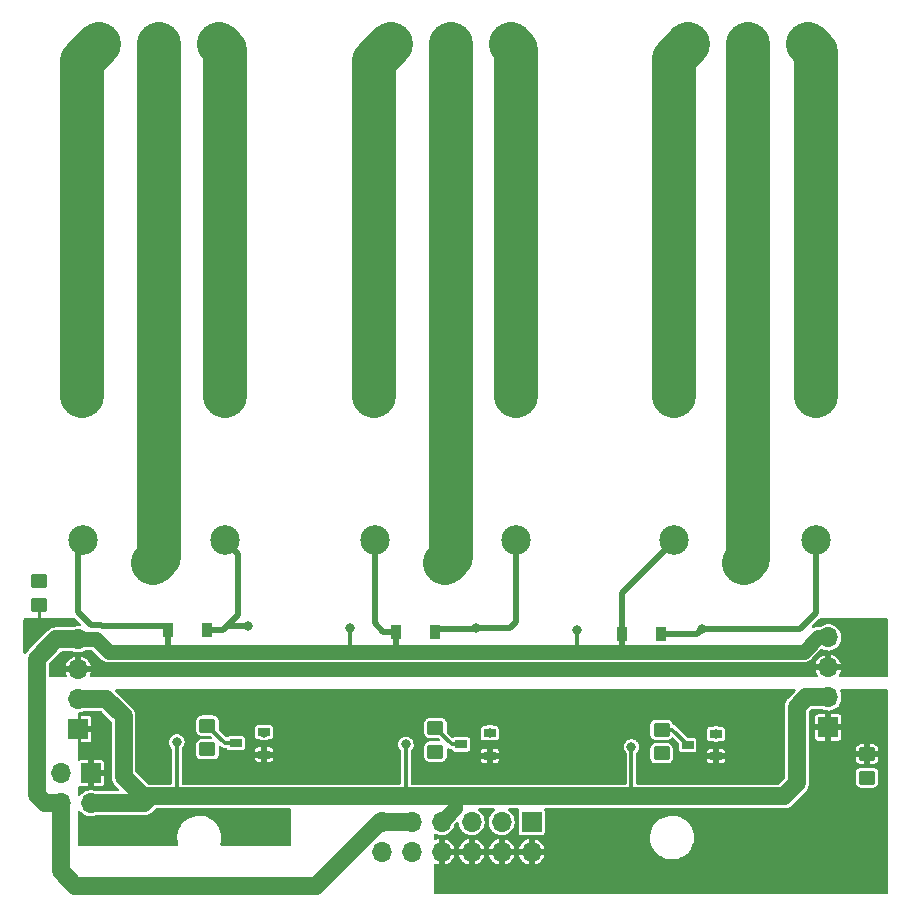
<source format=gbl>
G04 #@! TF.GenerationSoftware,KiCad,Pcbnew,(6.0.6)*
G04 #@! TF.CreationDate,2022-08-29T09:11:02+02:00*
G04 #@! TF.ProjectId,relay-pc-module,72656c61-792d-4706-932d-6d6f64756c65,rev?*
G04 #@! TF.SameCoordinates,Original*
G04 #@! TF.FileFunction,Copper,L2,Bot*
G04 #@! TF.FilePolarity,Positive*
%FSLAX46Y46*%
G04 Gerber Fmt 4.6, Leading zero omitted, Abs format (unit mm)*
G04 Created by KiCad (PCBNEW (6.0.6)) date 2022-08-29 09:11:02*
%MOMM*%
%LPD*%
G01*
G04 APERTURE LIST*
G04 Aperture macros list*
%AMRoundRect*
0 Rectangle with rounded corners*
0 $1 Rounding radius*
0 $2 $3 $4 $5 $6 $7 $8 $9 X,Y pos of 4 corners*
0 Add a 4 corners polygon primitive as box body*
4,1,4,$2,$3,$4,$5,$6,$7,$8,$9,$2,$3,0*
0 Add four circle primitives for the rounded corners*
1,1,$1+$1,$2,$3*
1,1,$1+$1,$4,$5*
1,1,$1+$1,$6,$7*
1,1,$1+$1,$8,$9*
0 Add four rect primitives between the rounded corners*
20,1,$1+$1,$2,$3,$4,$5,0*
20,1,$1+$1,$4,$5,$6,$7,0*
20,1,$1+$1,$6,$7,$8,$9,0*
20,1,$1+$1,$8,$9,$2,$3,0*%
G04 Aperture macros list end*
G04 #@! TA.AperFunction,ComponentPad*
%ADD10R,2.600000X2.600000*%
G04 #@! TD*
G04 #@! TA.AperFunction,ComponentPad*
%ADD11C,2.600000*%
G04 #@! TD*
G04 #@! TA.AperFunction,ComponentPad*
%ADD12C,3.000000*%
G04 #@! TD*
G04 #@! TA.AperFunction,ComponentPad*
%ADD13C,2.500000*%
G04 #@! TD*
G04 #@! TA.AperFunction,ComponentPad*
%ADD14R,1.700000X1.700000*%
G04 #@! TD*
G04 #@! TA.AperFunction,ComponentPad*
%ADD15O,1.700000X1.700000*%
G04 #@! TD*
G04 #@! TA.AperFunction,ComponentPad*
%ADD16C,2.400000*%
G04 #@! TD*
G04 #@! TA.AperFunction,ComponentPad*
%ADD17O,2.400000X2.400000*%
G04 #@! TD*
G04 #@! TA.AperFunction,SMDPad,CuDef*
%ADD18RoundRect,0.250000X-0.450000X0.350000X-0.450000X-0.350000X0.450000X-0.350000X0.450000X0.350000X0*%
G04 #@! TD*
G04 #@! TA.AperFunction,SMDPad,CuDef*
%ADD19R,0.900000X1.200000*%
G04 #@! TD*
G04 #@! TA.AperFunction,SMDPad,CuDef*
%ADD20R,1.000000X0.700000*%
G04 #@! TD*
G04 #@! TA.AperFunction,SMDPad,CuDef*
%ADD21RoundRect,0.250000X0.450000X-0.350000X0.450000X0.350000X-0.450000X0.350000X-0.450000X-0.350000X0*%
G04 #@! TD*
G04 #@! TA.AperFunction,ViaPad*
%ADD22C,0.800000*%
G04 #@! TD*
G04 #@! TA.AperFunction,Conductor*
%ADD23C,1.500000*%
G04 #@! TD*
G04 #@! TA.AperFunction,Conductor*
%ADD24C,1.250000*%
G04 #@! TD*
G04 #@! TA.AperFunction,Conductor*
%ADD25C,0.500000*%
G04 #@! TD*
G04 #@! TA.AperFunction,Conductor*
%ADD26C,0.300000*%
G04 #@! TD*
G04 #@! TA.AperFunction,Conductor*
%ADD27C,0.254000*%
G04 #@! TD*
G04 #@! TA.AperFunction,Conductor*
%ADD28C,3.750000*%
G04 #@! TD*
G04 APERTURE END LIST*
D10*
X41385000Y-25295000D03*
D11*
X36305000Y-25295000D03*
X31225000Y-25295000D03*
D12*
X35800000Y-69256800D03*
D13*
X41850000Y-67306800D03*
D12*
X41850000Y-55106800D03*
X29800000Y-55056800D03*
D13*
X29850000Y-67306800D03*
D14*
X92964000Y-83159600D03*
D15*
X92964000Y-80619600D03*
X92964000Y-78079600D03*
X92964000Y-75539600D03*
D16*
X41600000Y-40900000D03*
D17*
X36520000Y-40900000D03*
D16*
X91500000Y-34400000D03*
D17*
X86420000Y-34400000D03*
D14*
X30535800Y-87040800D03*
D15*
X30535800Y-89580800D03*
X27995800Y-87040800D03*
X27995800Y-89580800D03*
D16*
X41600000Y-47400000D03*
D17*
X36520000Y-47400000D03*
D16*
X66200000Y-34400000D03*
D17*
X61120000Y-34400000D03*
D12*
X60502800Y-69256800D03*
D13*
X66552800Y-67306800D03*
D12*
X66552800Y-55106800D03*
X54502800Y-55056800D03*
D13*
X54552800Y-67306800D03*
D16*
X41600000Y-34400000D03*
D17*
X36520000Y-34400000D03*
D10*
X66085000Y-25295000D03*
D11*
X61005000Y-25295000D03*
X55925000Y-25295000D03*
D12*
X85860800Y-69256800D03*
D13*
X91910800Y-67306800D03*
D12*
X91910800Y-55106800D03*
X79860800Y-55056800D03*
D13*
X79910800Y-67306800D03*
D16*
X66200000Y-40900000D03*
D17*
X61120000Y-40900000D03*
D10*
X91280000Y-25300000D03*
D11*
X86200000Y-25300000D03*
X81120000Y-25300000D03*
D14*
X29464000Y-83312000D03*
D15*
X29464000Y-80772000D03*
X29464000Y-78232000D03*
X29464000Y-75692000D03*
D14*
X67843400Y-91160600D03*
D15*
X67843400Y-93700600D03*
X65303400Y-91160600D03*
X65303400Y-93700600D03*
X62763400Y-91160600D03*
X62763400Y-93700600D03*
X60223400Y-91160600D03*
X60223400Y-93700600D03*
X57683400Y-91160600D03*
X57683400Y-93700600D03*
X55143400Y-91160600D03*
X55143400Y-93700600D03*
D16*
X66200000Y-47400000D03*
D17*
X61120000Y-47400000D03*
D16*
X91500000Y-47400000D03*
D17*
X86420000Y-47400000D03*
D16*
X91500000Y-40900000D03*
D17*
X86420000Y-40900000D03*
D18*
X59700000Y-83200000D03*
X59700000Y-85200000D03*
X40400000Y-83000000D03*
X40400000Y-85000000D03*
D19*
X56350000Y-75100000D03*
X59650000Y-75100000D03*
D20*
X64300000Y-83650000D03*
X64300000Y-85550000D03*
X61900000Y-84600000D03*
X45200000Y-83550000D03*
X45200000Y-85450000D03*
X42800000Y-84500000D03*
X83450000Y-83700000D03*
X83450000Y-85600000D03*
X81050000Y-84650000D03*
D19*
X37050000Y-74900000D03*
X40350000Y-74900000D03*
D18*
X78850000Y-83350000D03*
X78850000Y-85350000D03*
X96240600Y-85410800D03*
X96240600Y-87410800D03*
D19*
X75500000Y-75250000D03*
X78800000Y-75250000D03*
D21*
X26100000Y-72800000D03*
X26100000Y-70800000D03*
D22*
X52500000Y-74775000D03*
X71650000Y-74925000D03*
X43800000Y-74600000D03*
X63100000Y-74700000D03*
X82250000Y-74850000D03*
X26100000Y-74500000D03*
X66100000Y-83100000D03*
X83500000Y-87200000D03*
X46228000Y-91440000D03*
X45200000Y-87100000D03*
X34925000Y-91567000D03*
X57200000Y-84600000D03*
X37800000Y-84400000D03*
X76300000Y-84800000D03*
X45200000Y-83600000D03*
X64300000Y-83600000D03*
X83450000Y-83700000D03*
X40400000Y-85000000D03*
X59700000Y-85200000D03*
X78850000Y-85350000D03*
X26100000Y-70750000D03*
X96240600Y-87401400D03*
D23*
X57683400Y-91160600D02*
X55143400Y-91160600D01*
D24*
X29464000Y-75692000D02*
X30992000Y-75692000D01*
X75421000Y-76729000D02*
X90871000Y-76729000D01*
D25*
X75500000Y-71750000D02*
X75500000Y-75250000D01*
D23*
X25958800Y-77343000D02*
X27609800Y-75692000D01*
X27995800Y-89580800D02*
X26665000Y-89580800D01*
X27990800Y-95326200D02*
X27995800Y-95321200D01*
D25*
X29400000Y-67756800D02*
X29850000Y-67306800D01*
D24*
X92060400Y-75539600D02*
X92964000Y-75539600D01*
D26*
X79910800Y-67306800D02*
X79910800Y-67339200D01*
D23*
X26665000Y-89580800D02*
X25958800Y-88874600D01*
D24*
X52479000Y-76729000D02*
X56421000Y-76729000D01*
D25*
X75500000Y-75250000D02*
X75500000Y-76650000D01*
D26*
X52500000Y-76708000D02*
X52479000Y-76729000D01*
D25*
X36725000Y-74600000D02*
X31475000Y-74600000D01*
X56350000Y-76658000D02*
X56421000Y-76729000D01*
D24*
X30992000Y-75692000D02*
X32029000Y-76729000D01*
D26*
X71650000Y-76600000D02*
X71521000Y-76729000D01*
D24*
X36971000Y-76729000D02*
X52479000Y-76729000D01*
D23*
X55143400Y-91160600D02*
X54985600Y-91160600D01*
X27609800Y-75692000D02*
X29464000Y-75692000D01*
D25*
X37050000Y-74900000D02*
X37050000Y-76650000D01*
D26*
X37050000Y-74900000D02*
X36650000Y-74500000D01*
D25*
X55300000Y-75100000D02*
X56350000Y-75100000D01*
X29400000Y-73400000D02*
X29400000Y-67756800D01*
D23*
X49606200Y-96540000D02*
X29204600Y-96540000D01*
D24*
X32029000Y-76729000D02*
X36971000Y-76729000D01*
X90871000Y-76729000D02*
X92060400Y-75539600D01*
D25*
X31400000Y-74500000D02*
X30500000Y-74500000D01*
D23*
X29204600Y-96540000D02*
X27990800Y-95326200D01*
D25*
X79910800Y-67339200D02*
X75500000Y-71750000D01*
D23*
X25958800Y-88874600D02*
X25958800Y-77343000D01*
D25*
X54552800Y-67306800D02*
X54552800Y-74352800D01*
X30500000Y-74500000D02*
X29400000Y-73400000D01*
D24*
X71521000Y-76729000D02*
X75421000Y-76729000D01*
D23*
X27995800Y-95321200D02*
X27995800Y-89580800D01*
D24*
X56421000Y-76729000D02*
X71521000Y-76729000D01*
D26*
X71650000Y-74925000D02*
X71650000Y-76600000D01*
X37050000Y-76650000D02*
X36971000Y-76729000D01*
D25*
X54552800Y-74352800D02*
X55300000Y-75100000D01*
D26*
X75500000Y-76650000D02*
X75421000Y-76729000D01*
X52500000Y-74775000D02*
X52500000Y-76708000D01*
D23*
X54985600Y-91160600D02*
X49606200Y-96540000D01*
D25*
X56350000Y-75100000D02*
X56350000Y-76658000D01*
X43000000Y-68456800D02*
X41850000Y-67306800D01*
X43800000Y-74600000D02*
X42000000Y-74600000D01*
X43000000Y-73600000D02*
X43000000Y-68456800D01*
D26*
X42000000Y-74600000D02*
X41700000Y-74900000D01*
D25*
X41700000Y-74900000D02*
X43000000Y-73600000D01*
X40350000Y-74900000D02*
X41700000Y-74900000D01*
X66552800Y-74197200D02*
X66552800Y-67306800D01*
X63100000Y-74700000D02*
X66050000Y-74700000D01*
D26*
X63000000Y-74800000D02*
X63100000Y-74700000D01*
D25*
X66050000Y-74700000D02*
X66552800Y-74197200D01*
X59950000Y-74800000D02*
X63000000Y-74800000D01*
D26*
X59650000Y-75100000D02*
X59950000Y-74800000D01*
D25*
X78800000Y-75250000D02*
X81850000Y-75250000D01*
X82250000Y-74850000D02*
X90550000Y-74850000D01*
X90550000Y-74850000D02*
X91910800Y-73489200D01*
X91910800Y-73489200D02*
X91910800Y-67306800D01*
X81850000Y-75250000D02*
X82250000Y-74850000D01*
D27*
X26100000Y-72800000D02*
X26100000Y-74500000D01*
D23*
X35003000Y-89580800D02*
X35583800Y-89000000D01*
D26*
X57200000Y-88860000D02*
X57060000Y-89000000D01*
D23*
X29464000Y-80772000D02*
X31851600Y-80772000D01*
D26*
X37800000Y-88700000D02*
X37500000Y-89000000D01*
X37800000Y-84400000D02*
X37800000Y-88700000D01*
X76300000Y-84800000D02*
X76300000Y-88700000D01*
D24*
X61364800Y-90019200D02*
X61364800Y-89000000D01*
D23*
X31851600Y-80772000D02*
X33299400Y-82219800D01*
X33299400Y-82219800D02*
X33299400Y-87325200D01*
D26*
X76300000Y-88700000D02*
X76000000Y-89000000D01*
D23*
X90300000Y-81400000D02*
X91080400Y-80619600D01*
D26*
X57200000Y-84600000D02*
X57200000Y-88860000D01*
D23*
X90300000Y-87900000D02*
X90300000Y-81400000D01*
X33299400Y-87325200D02*
X34974200Y-89000000D01*
X30535800Y-89580800D02*
X35003000Y-89580800D01*
X91080400Y-80619600D02*
X92964000Y-80619600D01*
X37500000Y-89000000D02*
X57060000Y-89000000D01*
X35583800Y-89000000D02*
X37500000Y-89000000D01*
X76000000Y-89000000D02*
X89200000Y-89000000D01*
X57060000Y-89000000D02*
X59129600Y-89000000D01*
X59129600Y-89000000D02*
X61364800Y-89000000D01*
D24*
X60223400Y-91160600D02*
X61364800Y-90019200D01*
D23*
X61364800Y-89000000D02*
X76000000Y-89000000D01*
X34974200Y-89000000D02*
X35583800Y-89000000D01*
X89200000Y-89000000D02*
X90300000Y-87900000D01*
D28*
X29800000Y-55056800D02*
X29800000Y-26720000D01*
X29800000Y-26720000D02*
X31225000Y-25295000D01*
X36305000Y-25295000D02*
X36305000Y-68751800D01*
X36305000Y-68751800D02*
X35800000Y-69256800D01*
X41850000Y-55106800D02*
X41850000Y-25760000D01*
X41850000Y-25760000D02*
X41385000Y-25295000D01*
X54502800Y-55056800D02*
X54502800Y-26717200D01*
X54502800Y-26717200D02*
X55925000Y-25295000D01*
X61005000Y-68754600D02*
X60502800Y-69256800D01*
X61005000Y-25295000D02*
X61005000Y-68754600D01*
X66552800Y-55106800D02*
X66552800Y-25762800D01*
X66552800Y-25762800D02*
X66085000Y-25295000D01*
X79860800Y-55056800D02*
X79860800Y-26559200D01*
X79860800Y-26559200D02*
X81120000Y-25300000D01*
X86200000Y-25300000D02*
X86200000Y-68917600D01*
X86200000Y-68917600D02*
X85860800Y-69256800D01*
X91910800Y-25930800D02*
X91280000Y-25300000D01*
X91910800Y-55106800D02*
X91910800Y-25930800D01*
D26*
X41900000Y-84500000D02*
X40400000Y-83000000D01*
X42800000Y-84500000D02*
X41900000Y-84500000D01*
X61100000Y-84600000D02*
X59700000Y-83200000D01*
X61900000Y-84600000D02*
X61100000Y-84600000D01*
X78850000Y-83350000D02*
X79750000Y-83350000D01*
X79750000Y-83350000D02*
X81050000Y-84650000D01*
G04 #@! TA.AperFunction,Conductor*
G36*
X97942121Y-73920002D02*
G01*
X97988614Y-73973658D01*
X98000000Y-74026000D01*
X98000000Y-78774000D01*
X97979998Y-78842121D01*
X97926342Y-78888614D01*
X97874000Y-78900000D01*
X93984340Y-78900000D01*
X93916219Y-78879998D01*
X93869726Y-78826342D01*
X93859622Y-78756068D01*
X93878414Y-78707973D01*
X93877733Y-78707592D01*
X93880479Y-78702688D01*
X93880502Y-78702630D01*
X93880555Y-78702553D01*
X93974056Y-78535594D01*
X93978730Y-78525097D01*
X94039443Y-78346244D01*
X94038210Y-78337593D01*
X94024642Y-78333600D01*
X91907494Y-78333600D01*
X91893963Y-78337573D01*
X91892671Y-78346562D01*
X91917443Y-78444102D01*
X91921284Y-78454948D01*
X92001394Y-78628720D01*
X92007145Y-78638681D01*
X92051385Y-78701280D01*
X92074366Y-78768455D01*
X92057381Y-78837390D01*
X92005824Y-78886199D01*
X91948488Y-78900000D01*
X30570304Y-78900000D01*
X30502183Y-78879998D01*
X30455690Y-78826342D01*
X30445586Y-78756068D01*
X30460370Y-78712433D01*
X30474055Y-78687997D01*
X30478730Y-78677497D01*
X30539443Y-78498644D01*
X30538210Y-78489993D01*
X30524642Y-78486000D01*
X28407494Y-78486000D01*
X28393963Y-78489973D01*
X28392671Y-78498962D01*
X28417443Y-78596502D01*
X28421282Y-78607344D01*
X28473793Y-78721248D01*
X28484148Y-78791486D01*
X28454886Y-78856172D01*
X28395297Y-78894768D01*
X28359367Y-78900000D01*
X27089300Y-78900000D01*
X27021179Y-78879998D01*
X26974686Y-78826342D01*
X26963300Y-78774000D01*
X26963300Y-77974799D01*
X28391943Y-77974799D01*
X28398675Y-77978000D01*
X29191885Y-77978000D01*
X29207124Y-77973525D01*
X29208329Y-77972135D01*
X29210000Y-77964452D01*
X29210000Y-77959885D01*
X29718000Y-77959885D01*
X29722475Y-77975124D01*
X29723865Y-77976329D01*
X29731548Y-77978000D01*
X30521398Y-77978000D01*
X30534929Y-77974027D01*
X30536098Y-77965892D01*
X30500658Y-77840231D01*
X30496533Y-77829484D01*
X30493039Y-77822399D01*
X91891943Y-77822399D01*
X91898675Y-77825600D01*
X92691885Y-77825600D01*
X92707124Y-77821125D01*
X92708329Y-77819735D01*
X92710000Y-77812052D01*
X92710000Y-77807485D01*
X93218000Y-77807485D01*
X93222475Y-77822724D01*
X93223865Y-77823929D01*
X93231548Y-77825600D01*
X94021398Y-77825600D01*
X94034929Y-77821627D01*
X94036098Y-77813492D01*
X94000658Y-77687831D01*
X93996533Y-77677084D01*
X93911903Y-77505471D01*
X93905893Y-77495663D01*
X93791400Y-77342339D01*
X93783710Y-77333799D01*
X93643192Y-77203904D01*
X93634067Y-77196903D01*
X93472236Y-77094795D01*
X93461989Y-77089574D01*
X93284260Y-77018668D01*
X93273232Y-77015401D01*
X93235769Y-77007950D01*
X93222894Y-77009102D01*
X93218000Y-77024258D01*
X93218000Y-77807485D01*
X92710000Y-77807485D01*
X92710000Y-77021100D01*
X92706194Y-77008138D01*
X92691279Y-77006202D01*
X92682732Y-77007671D01*
X92671620Y-77010648D01*
X92492095Y-77076879D01*
X92481717Y-77081829D01*
X92317273Y-77179663D01*
X92307961Y-77186429D01*
X92164097Y-77312594D01*
X92156180Y-77320937D01*
X92037718Y-77471205D01*
X92031450Y-77480856D01*
X91942358Y-77650192D01*
X91937953Y-77660827D01*
X91892162Y-77808298D01*
X91891943Y-77822399D01*
X30493039Y-77822399D01*
X30411903Y-77657871D01*
X30405893Y-77648063D01*
X30291400Y-77494739D01*
X30283710Y-77486199D01*
X30143192Y-77356304D01*
X30134067Y-77349303D01*
X29972236Y-77247195D01*
X29961989Y-77241974D01*
X29784260Y-77171068D01*
X29773232Y-77167801D01*
X29735769Y-77160350D01*
X29722894Y-77161502D01*
X29718000Y-77176658D01*
X29718000Y-77959885D01*
X29210000Y-77959885D01*
X29210000Y-77173500D01*
X29206194Y-77160538D01*
X29191279Y-77158602D01*
X29182732Y-77160071D01*
X29171620Y-77163048D01*
X28992095Y-77229279D01*
X28981717Y-77234229D01*
X28817273Y-77332063D01*
X28807961Y-77338829D01*
X28664097Y-77464994D01*
X28656180Y-77473337D01*
X28537718Y-77623605D01*
X28531450Y-77633256D01*
X28442358Y-77802592D01*
X28437953Y-77813227D01*
X28392162Y-77960698D01*
X28391943Y-77974799D01*
X26963300Y-77974799D01*
X26963300Y-77811268D01*
X26983302Y-77743147D01*
X27000205Y-77722173D01*
X27988972Y-76733405D01*
X28051284Y-76699380D01*
X28078067Y-76696500D01*
X28977899Y-76696500D01*
X29027636Y-76706732D01*
X29088521Y-76732890D01*
X29105671Y-76740258D01*
X29121228Y-76746942D01*
X29194244Y-76763464D01*
X29313579Y-76790467D01*
X29313584Y-76790468D01*
X29319216Y-76791742D01*
X29324987Y-76791969D01*
X29324989Y-76791969D01*
X29384756Y-76794317D01*
X29522053Y-76799712D01*
X29622499Y-76785148D01*
X29717231Y-76771413D01*
X29717236Y-76771412D01*
X29722945Y-76770584D01*
X29728409Y-76768729D01*
X29728414Y-76768728D01*
X29909693Y-76707192D01*
X29909698Y-76707190D01*
X29915165Y-76705334D01*
X29930940Y-76696500D01*
X29985677Y-76665845D01*
X30092276Y-76606147D01*
X30096716Y-76602454D01*
X30096725Y-76602448D01*
X30098913Y-76600628D01*
X30100154Y-76600091D01*
X30101483Y-76599178D01*
X30101662Y-76599439D01*
X30164076Y-76572446D01*
X30179484Y-76571500D01*
X30575509Y-76571500D01*
X30643630Y-76591502D01*
X30664604Y-76608405D01*
X31377196Y-77320997D01*
X31384339Y-77328764D01*
X31418903Y-77369665D01*
X31424326Y-77373812D01*
X31424328Y-77373813D01*
X31485041Y-77420231D01*
X31487464Y-77422130D01*
X31547039Y-77470030D01*
X31547044Y-77470033D01*
X31552357Y-77474305D01*
X31558469Y-77477339D01*
X31561752Y-77479438D01*
X31561846Y-77479504D01*
X31561932Y-77479551D01*
X31565285Y-77481582D01*
X31570709Y-77485729D01*
X31642358Y-77519139D01*
X31646184Y-77520923D01*
X31648957Y-77522257D01*
X31723519Y-77559271D01*
X31730140Y-77560922D01*
X31733817Y-77562275D01*
X31733907Y-77562312D01*
X31733984Y-77562335D01*
X31737716Y-77563605D01*
X31743896Y-77566487D01*
X31825262Y-77584675D01*
X31828124Y-77585352D01*
X31908934Y-77605500D01*
X31915756Y-77605691D01*
X31919628Y-77606221D01*
X31920378Y-77606356D01*
X31925335Y-77607044D01*
X31930385Y-77608173D01*
X31936234Y-77608500D01*
X32014563Y-77608500D01*
X32018081Y-77608549D01*
X32099950Y-77610836D01*
X32106656Y-77609557D01*
X32113453Y-77609010D01*
X32113493Y-77609503D01*
X32124105Y-77608500D01*
X90828721Y-77608500D01*
X90839263Y-77608942D01*
X90892615Y-77613422D01*
X90899374Y-77612520D01*
X90899379Y-77612520D01*
X90975152Y-77602410D01*
X90978206Y-77602040D01*
X91054189Y-77593785D01*
X91060973Y-77593048D01*
X91067438Y-77590873D01*
X91071266Y-77590031D01*
X91071360Y-77590014D01*
X91071437Y-77589992D01*
X91075264Y-77589052D01*
X91082028Y-77588149D01*
X91104279Y-77580050D01*
X91160284Y-77559666D01*
X91163190Y-77558648D01*
X91235612Y-77534276D01*
X91235614Y-77534275D01*
X91242083Y-77532098D01*
X91247938Y-77528580D01*
X91251484Y-77526941D01*
X91251589Y-77526898D01*
X91251673Y-77526852D01*
X91255182Y-77525126D01*
X91261594Y-77522792D01*
X91331962Y-77478136D01*
X91334529Y-77476551D01*
X91343427Y-77471205D01*
X91405880Y-77433679D01*
X91410837Y-77428992D01*
X91413955Y-77426625D01*
X91414589Y-77426184D01*
X91418568Y-77423175D01*
X91422938Y-77420401D01*
X91427305Y-77416496D01*
X91482659Y-77361142D01*
X91485181Y-77358688D01*
X91495105Y-77349303D01*
X91544722Y-77302383D01*
X91548558Y-77296739D01*
X91552978Y-77291545D01*
X91553354Y-77291865D01*
X91560153Y-77283648D01*
X92300664Y-76543137D01*
X92362976Y-76509111D01*
X92439496Y-76516464D01*
X92621228Y-76594542D01*
X92656168Y-76602448D01*
X92813579Y-76638067D01*
X92813584Y-76638068D01*
X92819216Y-76639342D01*
X92824987Y-76639569D01*
X92824989Y-76639569D01*
X92884756Y-76641917D01*
X93022053Y-76647312D01*
X93122499Y-76632748D01*
X93217231Y-76619013D01*
X93217236Y-76619012D01*
X93222945Y-76618184D01*
X93228409Y-76616329D01*
X93228414Y-76616328D01*
X93409693Y-76554792D01*
X93409698Y-76554790D01*
X93415165Y-76552934D01*
X93592276Y-76453747D01*
X93748345Y-76323945D01*
X93878147Y-76167876D01*
X93977334Y-75990765D01*
X93979190Y-75985298D01*
X93979192Y-75985293D01*
X94040728Y-75804014D01*
X94040729Y-75804009D01*
X94042584Y-75798545D01*
X94043412Y-75792836D01*
X94043413Y-75792831D01*
X94065429Y-75640988D01*
X94071712Y-75597653D01*
X94073232Y-75539600D01*
X94057278Y-75365970D01*
X94055187Y-75343213D01*
X94055186Y-75343210D01*
X94054658Y-75337459D01*
X94041968Y-75292464D01*
X94001125Y-75147646D01*
X94001124Y-75147644D01*
X93999557Y-75142087D01*
X93996017Y-75134907D01*
X93912331Y-74965209D01*
X93909776Y-74960028D01*
X93893930Y-74938807D01*
X93791777Y-74802009D01*
X93788320Y-74797379D01*
X93708499Y-74723593D01*
X93643503Y-74663511D01*
X93639258Y-74659587D01*
X93634375Y-74656506D01*
X93634371Y-74656503D01*
X93485974Y-74562872D01*
X93467581Y-74551267D01*
X93279039Y-74476046D01*
X93273379Y-74474920D01*
X93273375Y-74474919D01*
X93085613Y-74437571D01*
X93085610Y-74437571D01*
X93079946Y-74436444D01*
X93074171Y-74436368D01*
X93074167Y-74436368D01*
X92972793Y-74435041D01*
X92876971Y-74433787D01*
X92871274Y-74434766D01*
X92871273Y-74434766D01*
X92682607Y-74467185D01*
X92676910Y-74468164D01*
X92486463Y-74538424D01*
X92312010Y-74642212D01*
X92310622Y-74639879D01*
X92254571Y-74659893D01*
X92247349Y-74660100D01*
X92102689Y-74660100D01*
X92092145Y-74659658D01*
X92086657Y-74659197D01*
X92038785Y-74655177D01*
X92032025Y-74656079D01*
X92032024Y-74656079D01*
X92005734Y-74659587D01*
X91956217Y-74666194D01*
X91953177Y-74666562D01*
X91877207Y-74674815D01*
X91877203Y-74674816D01*
X91870427Y-74675552D01*
X91863965Y-74677727D01*
X91860140Y-74678568D01*
X91860043Y-74678585D01*
X91859940Y-74678615D01*
X91856142Y-74679548D01*
X91849373Y-74680451D01*
X91771098Y-74708941D01*
X91768277Y-74709929D01*
X91727675Y-74723593D01*
X91656733Y-74726363D01*
X91595555Y-74690339D01*
X91563564Y-74626959D01*
X91570918Y-74556344D01*
X91598392Y-74515079D01*
X92176566Y-73936905D01*
X92238878Y-73902879D01*
X92265661Y-73900000D01*
X97874000Y-73900000D01*
X97942121Y-73920002D01*
G37*
G04 #@! TD.AperFunction*
G04 #@! TA.AperFunction,Conductor*
G36*
X29202460Y-73920002D02*
G01*
X29223434Y-73936905D01*
X29660151Y-74373622D01*
X29694177Y-74435934D01*
X29689112Y-74506749D01*
X29646565Y-74563585D01*
X29580045Y-74588396D01*
X29569407Y-74588706D01*
X29545722Y-74588396D01*
X29376971Y-74586187D01*
X29371274Y-74587166D01*
X29371273Y-74587166D01*
X29182834Y-74619546D01*
X29176910Y-74620564D01*
X29053231Y-74666192D01*
X29016583Y-74679712D01*
X28972972Y-74687500D01*
X27626008Y-74687500D01*
X27622490Y-74687451D01*
X27542235Y-74685209D01*
X27542232Y-74685209D01*
X27535853Y-74685031D01*
X27529563Y-74686140D01*
X27529564Y-74686140D01*
X27476189Y-74695551D01*
X27467044Y-74696820D01*
X27441124Y-74699453D01*
X27406776Y-74702942D01*
X27400688Y-74704850D01*
X27400687Y-74704850D01*
X27379160Y-74711596D01*
X27363363Y-74715446D01*
X27334884Y-74720468D01*
X27278556Y-74742770D01*
X27269854Y-74745851D01*
X27212045Y-74763967D01*
X27186738Y-74777995D01*
X27172056Y-74784936D01*
X27145146Y-74795590D01*
X27139802Y-74799087D01*
X27139800Y-74799088D01*
X27094456Y-74828760D01*
X27086551Y-74833528D01*
X27039143Y-74859807D01*
X27039133Y-74859814D01*
X27033562Y-74862902D01*
X27028727Y-74867046D01*
X27028717Y-74867053D01*
X27011597Y-74881727D01*
X26998595Y-74891490D01*
X26978437Y-74904681D01*
X26978434Y-74904683D01*
X26974388Y-74907331D01*
X26969403Y-74911819D01*
X26930328Y-74950894D01*
X26923231Y-74957467D01*
X26878618Y-74995705D01*
X26867885Y-75009542D01*
X26859617Y-75020201D01*
X26849152Y-75032070D01*
X25259994Y-76621229D01*
X25257472Y-76623683D01*
X25194477Y-76683254D01*
X25190819Y-76688479D01*
X25190815Y-76688483D01*
X25159722Y-76732890D01*
X25154170Y-76740231D01*
X25115871Y-76787190D01*
X25102465Y-76812832D01*
X25094022Y-76826719D01*
X25077428Y-76850418D01*
X25063837Y-76881825D01*
X25018426Y-76936399D01*
X24950719Y-76957759D01*
X24882212Y-76939123D01*
X24834656Y-76886407D01*
X24822200Y-76831784D01*
X24822200Y-74026000D01*
X24842202Y-73957879D01*
X24895858Y-73911386D01*
X24948200Y-73900000D01*
X29134339Y-73900000D01*
X29202460Y-73920002D01*
G37*
G04 #@! TD.AperFunction*
G04 #@! TA.AperFunction,Conductor*
G36*
X97942121Y-79920002D02*
G01*
X97988614Y-79973658D01*
X98000000Y-80026000D01*
X98000000Y-97163500D01*
X97979998Y-97231621D01*
X97926342Y-97278114D01*
X97874000Y-97289500D01*
X59718000Y-97289500D01*
X59649879Y-97269498D01*
X59603386Y-97215842D01*
X59592000Y-97163500D01*
X59592000Y-94822265D01*
X59612002Y-94754144D01*
X59665658Y-94707651D01*
X59735932Y-94697547D01*
X59767737Y-94706497D01*
X59875473Y-94752784D01*
X59886420Y-94756340D01*
X59951732Y-94771119D01*
X59965805Y-94770230D01*
X59969228Y-94761281D01*
X60477400Y-94761281D01*
X60481366Y-94774787D01*
X60490072Y-94776033D01*
X60668897Y-94715330D01*
X60679394Y-94710656D01*
X60846358Y-94617152D01*
X60855830Y-94610642D01*
X61002953Y-94488282D01*
X61011082Y-94480153D01*
X61133442Y-94333030D01*
X61139952Y-94323558D01*
X61233456Y-94156594D01*
X61238130Y-94146097D01*
X61298735Y-93967562D01*
X61692071Y-93967562D01*
X61716843Y-94065102D01*
X61720684Y-94075948D01*
X61800794Y-94249720D01*
X61806545Y-94259681D01*
X61916979Y-94415943D01*
X61924457Y-94424698D01*
X62061514Y-94558212D01*
X62070458Y-94565455D01*
X62229556Y-94671761D01*
X62239666Y-94677251D01*
X62415477Y-94752785D01*
X62426420Y-94756340D01*
X62491732Y-94771119D01*
X62505805Y-94770230D01*
X62509228Y-94761281D01*
X63017400Y-94761281D01*
X63021366Y-94774787D01*
X63030072Y-94776033D01*
X63208897Y-94715330D01*
X63219394Y-94710656D01*
X63386358Y-94617152D01*
X63395830Y-94610642D01*
X63542953Y-94488282D01*
X63551082Y-94480153D01*
X63673442Y-94333030D01*
X63679952Y-94323558D01*
X63773456Y-94156594D01*
X63778130Y-94146097D01*
X63838735Y-93967562D01*
X64232071Y-93967562D01*
X64256843Y-94065102D01*
X64260684Y-94075948D01*
X64340794Y-94249720D01*
X64346545Y-94259681D01*
X64456979Y-94415943D01*
X64464457Y-94424698D01*
X64601514Y-94558212D01*
X64610458Y-94565455D01*
X64769556Y-94671761D01*
X64779666Y-94677251D01*
X64955477Y-94752785D01*
X64966420Y-94756340D01*
X65031732Y-94771119D01*
X65045805Y-94770230D01*
X65049228Y-94761281D01*
X65557400Y-94761281D01*
X65561366Y-94774787D01*
X65570072Y-94776033D01*
X65748897Y-94715330D01*
X65759394Y-94710656D01*
X65926358Y-94617152D01*
X65935830Y-94610642D01*
X66082953Y-94488282D01*
X66091082Y-94480153D01*
X66213442Y-94333030D01*
X66219952Y-94323558D01*
X66313456Y-94156594D01*
X66318130Y-94146097D01*
X66378735Y-93967562D01*
X66772071Y-93967562D01*
X66796843Y-94065102D01*
X66800684Y-94075948D01*
X66880794Y-94249720D01*
X66886545Y-94259681D01*
X66996979Y-94415943D01*
X67004457Y-94424698D01*
X67141514Y-94558212D01*
X67150458Y-94565455D01*
X67309556Y-94671761D01*
X67319666Y-94677251D01*
X67495477Y-94752785D01*
X67506420Y-94756340D01*
X67571732Y-94771119D01*
X67585805Y-94770230D01*
X67589228Y-94761281D01*
X68097400Y-94761281D01*
X68101366Y-94774787D01*
X68110072Y-94776033D01*
X68288897Y-94715330D01*
X68299394Y-94710656D01*
X68466358Y-94617152D01*
X68475830Y-94610642D01*
X68622953Y-94488282D01*
X68631082Y-94480153D01*
X68753442Y-94333030D01*
X68759952Y-94323558D01*
X68853456Y-94156594D01*
X68858130Y-94146097D01*
X68918843Y-93967244D01*
X68917610Y-93958593D01*
X68904042Y-93954600D01*
X68115515Y-93954600D01*
X68100276Y-93959075D01*
X68099071Y-93960465D01*
X68097400Y-93968148D01*
X68097400Y-94761281D01*
X67589228Y-94761281D01*
X67589400Y-94760832D01*
X67589400Y-93972715D01*
X67584925Y-93957476D01*
X67583535Y-93956271D01*
X67575852Y-93954600D01*
X66786894Y-93954600D01*
X66773363Y-93958573D01*
X66772071Y-93967562D01*
X66378735Y-93967562D01*
X66378843Y-93967244D01*
X66377610Y-93958593D01*
X66364042Y-93954600D01*
X65575515Y-93954600D01*
X65560276Y-93959075D01*
X65559071Y-93960465D01*
X65557400Y-93968148D01*
X65557400Y-94761281D01*
X65049228Y-94761281D01*
X65049400Y-94760832D01*
X65049400Y-93972715D01*
X65044925Y-93957476D01*
X65043535Y-93956271D01*
X65035852Y-93954600D01*
X64246894Y-93954600D01*
X64233363Y-93958573D01*
X64232071Y-93967562D01*
X63838735Y-93967562D01*
X63838843Y-93967244D01*
X63837610Y-93958593D01*
X63824042Y-93954600D01*
X63035515Y-93954600D01*
X63020276Y-93959075D01*
X63019071Y-93960465D01*
X63017400Y-93968148D01*
X63017400Y-94761281D01*
X62509228Y-94761281D01*
X62509400Y-94760832D01*
X62509400Y-93972715D01*
X62504925Y-93957476D01*
X62503535Y-93956271D01*
X62495852Y-93954600D01*
X61706894Y-93954600D01*
X61693363Y-93958573D01*
X61692071Y-93967562D01*
X61298735Y-93967562D01*
X61298843Y-93967244D01*
X61297610Y-93958593D01*
X61284042Y-93954600D01*
X60495515Y-93954600D01*
X60480276Y-93959075D01*
X60479071Y-93960465D01*
X60477400Y-93968148D01*
X60477400Y-94761281D01*
X59969228Y-94761281D01*
X59969400Y-94760832D01*
X59969400Y-93428485D01*
X60477400Y-93428485D01*
X60481875Y-93443724D01*
X60483265Y-93444929D01*
X60490948Y-93446600D01*
X61280798Y-93446600D01*
X61291700Y-93443399D01*
X61691343Y-93443399D01*
X61698075Y-93446600D01*
X62491285Y-93446600D01*
X62506524Y-93442125D01*
X62507729Y-93440735D01*
X62509400Y-93433052D01*
X62509400Y-93428485D01*
X63017400Y-93428485D01*
X63021875Y-93443724D01*
X63023265Y-93444929D01*
X63030948Y-93446600D01*
X63820798Y-93446600D01*
X63831700Y-93443399D01*
X64231343Y-93443399D01*
X64238075Y-93446600D01*
X65031285Y-93446600D01*
X65046524Y-93442125D01*
X65047729Y-93440735D01*
X65049400Y-93433052D01*
X65049400Y-93428485D01*
X65557400Y-93428485D01*
X65561875Y-93443724D01*
X65563265Y-93444929D01*
X65570948Y-93446600D01*
X66360798Y-93446600D01*
X66371700Y-93443399D01*
X66771343Y-93443399D01*
X66778075Y-93446600D01*
X67571285Y-93446600D01*
X67586524Y-93442125D01*
X67587729Y-93440735D01*
X67589400Y-93433052D01*
X67589400Y-93428485D01*
X68097400Y-93428485D01*
X68101875Y-93443724D01*
X68103265Y-93444929D01*
X68110948Y-93446600D01*
X68900798Y-93446600D01*
X68914329Y-93442627D01*
X68915498Y-93434492D01*
X68880058Y-93308831D01*
X68875933Y-93298084D01*
X68791303Y-93126471D01*
X68785293Y-93116663D01*
X68670800Y-92963339D01*
X68663110Y-92954799D01*
X68522592Y-92824904D01*
X68513467Y-92817903D01*
X68351636Y-92715795D01*
X68341389Y-92710574D01*
X68163660Y-92639668D01*
X68152632Y-92636401D01*
X68115169Y-92628950D01*
X68102294Y-92630102D01*
X68097400Y-92645258D01*
X68097400Y-93428485D01*
X67589400Y-93428485D01*
X67589400Y-92642100D01*
X67585594Y-92629138D01*
X67570679Y-92627202D01*
X67562132Y-92628671D01*
X67551020Y-92631648D01*
X67371495Y-92697879D01*
X67361117Y-92702829D01*
X67196673Y-92800663D01*
X67187361Y-92807429D01*
X67043497Y-92933594D01*
X67035580Y-92941937D01*
X66917118Y-93092205D01*
X66910850Y-93101856D01*
X66821758Y-93271192D01*
X66817353Y-93281827D01*
X66771562Y-93429298D01*
X66771343Y-93443399D01*
X66371700Y-93443399D01*
X66374329Y-93442627D01*
X66375498Y-93434492D01*
X66340058Y-93308831D01*
X66335933Y-93298084D01*
X66251303Y-93126471D01*
X66245293Y-93116663D01*
X66130800Y-92963339D01*
X66123110Y-92954799D01*
X65982592Y-92824904D01*
X65973467Y-92817903D01*
X65811636Y-92715795D01*
X65801389Y-92710574D01*
X65623660Y-92639668D01*
X65612632Y-92636401D01*
X65575169Y-92628950D01*
X65562294Y-92630102D01*
X65557400Y-92645258D01*
X65557400Y-93428485D01*
X65049400Y-93428485D01*
X65049400Y-92642100D01*
X65045594Y-92629138D01*
X65030679Y-92627202D01*
X65022132Y-92628671D01*
X65011020Y-92631648D01*
X64831495Y-92697879D01*
X64821117Y-92702829D01*
X64656673Y-92800663D01*
X64647361Y-92807429D01*
X64503497Y-92933594D01*
X64495580Y-92941937D01*
X64377118Y-93092205D01*
X64370850Y-93101856D01*
X64281758Y-93271192D01*
X64277353Y-93281827D01*
X64231562Y-93429298D01*
X64231343Y-93443399D01*
X63831700Y-93443399D01*
X63834329Y-93442627D01*
X63835498Y-93434492D01*
X63800058Y-93308831D01*
X63795933Y-93298084D01*
X63711303Y-93126471D01*
X63705293Y-93116663D01*
X63590800Y-92963339D01*
X63583110Y-92954799D01*
X63442592Y-92824904D01*
X63433467Y-92817903D01*
X63271636Y-92715795D01*
X63261389Y-92710574D01*
X63083660Y-92639668D01*
X63072632Y-92636401D01*
X63035169Y-92628950D01*
X63022294Y-92630102D01*
X63017400Y-92645258D01*
X63017400Y-93428485D01*
X62509400Y-93428485D01*
X62509400Y-92642100D01*
X62505594Y-92629138D01*
X62490679Y-92627202D01*
X62482132Y-92628671D01*
X62471020Y-92631648D01*
X62291495Y-92697879D01*
X62281117Y-92702829D01*
X62116673Y-92800663D01*
X62107361Y-92807429D01*
X61963497Y-92933594D01*
X61955580Y-92941937D01*
X61837118Y-93092205D01*
X61830850Y-93101856D01*
X61741758Y-93271192D01*
X61737353Y-93281827D01*
X61691562Y-93429298D01*
X61691343Y-93443399D01*
X61291700Y-93443399D01*
X61294329Y-93442627D01*
X61295498Y-93434492D01*
X61260058Y-93308831D01*
X61255933Y-93298084D01*
X61171303Y-93126471D01*
X61165293Y-93116663D01*
X61050800Y-92963339D01*
X61043110Y-92954799D01*
X60902592Y-92824904D01*
X60893467Y-92817903D01*
X60731636Y-92715795D01*
X60721389Y-92710574D01*
X60543660Y-92639668D01*
X60532632Y-92636401D01*
X60495169Y-92628950D01*
X60482294Y-92630102D01*
X60477400Y-92645258D01*
X60477400Y-93428485D01*
X59969400Y-93428485D01*
X59969400Y-92642100D01*
X59965594Y-92629138D01*
X59950679Y-92627202D01*
X59942132Y-92628671D01*
X59931020Y-92631648D01*
X59761611Y-92694147D01*
X59690778Y-92698959D01*
X59628587Y-92664712D01*
X59594785Y-92602279D01*
X59592000Y-92575935D01*
X59592000Y-92523586D01*
X77871618Y-92523586D01*
X77897179Y-92791500D01*
X77898264Y-92795934D01*
X77898265Y-92795940D01*
X77953060Y-93019868D01*
X77961147Y-93052918D01*
X78062183Y-93302363D01*
X78198169Y-93534610D01*
X78366258Y-93744795D01*
X78562927Y-93928513D01*
X78784057Y-94081916D01*
X79025016Y-94201791D01*
X79029350Y-94203212D01*
X79029353Y-94203213D01*
X79276423Y-94284207D01*
X79276429Y-94284208D01*
X79280756Y-94285627D01*
X79285247Y-94286407D01*
X79285248Y-94286407D01*
X79542138Y-94331011D01*
X79542146Y-94331012D01*
X79545919Y-94331667D01*
X79549756Y-94331858D01*
X79629377Y-94335822D01*
X79629385Y-94335822D01*
X79630948Y-94335900D01*
X79798974Y-94335900D01*
X79801242Y-94335735D01*
X79801254Y-94335735D01*
X79932057Y-94326244D01*
X79999025Y-94321385D01*
X80003480Y-94320401D01*
X80003483Y-94320401D01*
X80257370Y-94264347D01*
X80257372Y-94264346D01*
X80261826Y-94263363D01*
X80513500Y-94168013D01*
X80748772Y-94037331D01*
X80833439Y-93972715D01*
X80959091Y-93876821D01*
X80959095Y-93876817D01*
X80962716Y-93874054D01*
X81150849Y-93681603D01*
X81257842Y-93534610D01*
X81306542Y-93467704D01*
X81306547Y-93467697D01*
X81309230Y-93464010D01*
X81434541Y-93225833D01*
X81524157Y-92972062D01*
X81553162Y-92824904D01*
X81575320Y-92712483D01*
X81575321Y-92712477D01*
X81576201Y-92708011D01*
X81576652Y-92698959D01*
X81589355Y-92443783D01*
X81589355Y-92443777D01*
X81589582Y-92439214D01*
X81564021Y-92171300D01*
X81555798Y-92137692D01*
X81501139Y-91914320D01*
X81500053Y-91909882D01*
X81399017Y-91660437D01*
X81263031Y-91428190D01*
X81142872Y-91277938D01*
X81097794Y-91221571D01*
X81097793Y-91221569D01*
X81094942Y-91218005D01*
X80898273Y-91034287D01*
X80677143Y-90880884D01*
X80436184Y-90761009D01*
X80431850Y-90759588D01*
X80431847Y-90759587D01*
X80184777Y-90678593D01*
X80184771Y-90678592D01*
X80180444Y-90677173D01*
X80175952Y-90676393D01*
X79919062Y-90631789D01*
X79919054Y-90631788D01*
X79915281Y-90631133D01*
X79905318Y-90630637D01*
X79831823Y-90626978D01*
X79831815Y-90626978D01*
X79830252Y-90626900D01*
X79662226Y-90626900D01*
X79659958Y-90627065D01*
X79659946Y-90627065D01*
X79540362Y-90635742D01*
X79462175Y-90641415D01*
X79457720Y-90642399D01*
X79457717Y-90642399D01*
X79203830Y-90698453D01*
X79203828Y-90698454D01*
X79199374Y-90699437D01*
X78947700Y-90794787D01*
X78712428Y-90925469D01*
X78708796Y-90928241D01*
X78502109Y-91085979D01*
X78502105Y-91085983D01*
X78498484Y-91088746D01*
X78310351Y-91281197D01*
X78307666Y-91284886D01*
X78154658Y-91495096D01*
X78154653Y-91495103D01*
X78151970Y-91498790D01*
X78026659Y-91736967D01*
X77937043Y-91990738D01*
X77913556Y-92109901D01*
X77888075Y-92239184D01*
X77884999Y-92254789D01*
X77884772Y-92259342D01*
X77884772Y-92259345D01*
X77875591Y-92443783D01*
X77871618Y-92523586D01*
X59592000Y-92523586D01*
X59592000Y-92282809D01*
X59612002Y-92214688D01*
X59665658Y-92168195D01*
X59735932Y-92158091D01*
X59767737Y-92167041D01*
X59875317Y-92213261D01*
X59875324Y-92213263D01*
X59880628Y-92215542D01*
X59953644Y-92232064D01*
X60072979Y-92259067D01*
X60072984Y-92259068D01*
X60078616Y-92260342D01*
X60084387Y-92260569D01*
X60084389Y-92260569D01*
X60144156Y-92262917D01*
X60281453Y-92268312D01*
X60388748Y-92252755D01*
X60476631Y-92240013D01*
X60476636Y-92240012D01*
X60482345Y-92239184D01*
X60487809Y-92237329D01*
X60487814Y-92237328D01*
X60669093Y-92175792D01*
X60669098Y-92175790D01*
X60674565Y-92173934D01*
X60686874Y-92167041D01*
X60749083Y-92132202D01*
X60851676Y-92074747D01*
X60891369Y-92041735D01*
X61003313Y-91948631D01*
X61007745Y-91944945D01*
X61137547Y-91788876D01*
X61236734Y-91611765D01*
X61238590Y-91606298D01*
X61238592Y-91606293D01*
X61300127Y-91425015D01*
X61301984Y-91419545D01*
X61311873Y-91351341D01*
X61341443Y-91286796D01*
X61347474Y-91280327D01*
X61448173Y-91179628D01*
X61510485Y-91145602D01*
X61581300Y-91150667D01*
X61638136Y-91193214D01*
X61662997Y-91260482D01*
X61667824Y-91334122D01*
X61669245Y-91339718D01*
X61669246Y-91339723D01*
X61692716Y-91432135D01*
X61717792Y-91530869D01*
X61720209Y-91536112D01*
X61757410Y-91616808D01*
X61802777Y-91715216D01*
X61919933Y-91880989D01*
X61924075Y-91885024D01*
X61981037Y-91940513D01*
X62065338Y-92022635D01*
X62234120Y-92135412D01*
X62239423Y-92137690D01*
X62239426Y-92137692D01*
X62370683Y-92194084D01*
X62420628Y-92215542D01*
X62493644Y-92232064D01*
X62612979Y-92259067D01*
X62612984Y-92259068D01*
X62618616Y-92260342D01*
X62624387Y-92260569D01*
X62624389Y-92260569D01*
X62684156Y-92262917D01*
X62821453Y-92268312D01*
X62928748Y-92252755D01*
X63016631Y-92240013D01*
X63016636Y-92240012D01*
X63022345Y-92239184D01*
X63027809Y-92237329D01*
X63027814Y-92237328D01*
X63209093Y-92175792D01*
X63209098Y-92175790D01*
X63214565Y-92173934D01*
X63226874Y-92167041D01*
X63289083Y-92132202D01*
X63391676Y-92074747D01*
X63431369Y-92041735D01*
X63543313Y-91948631D01*
X63547745Y-91944945D01*
X63677547Y-91788876D01*
X63776734Y-91611765D01*
X63778590Y-91606298D01*
X63778592Y-91606293D01*
X63840128Y-91425014D01*
X63840129Y-91425009D01*
X63841984Y-91419545D01*
X63842812Y-91413836D01*
X63842813Y-91413831D01*
X63861509Y-91284886D01*
X63871112Y-91218653D01*
X63872632Y-91160600D01*
X63854058Y-90958459D01*
X63852237Y-90952001D01*
X63800525Y-90768646D01*
X63800524Y-90768644D01*
X63798957Y-90763087D01*
X63788378Y-90741633D01*
X63711731Y-90586209D01*
X63709176Y-90581028D01*
X63587720Y-90418379D01*
X63513189Y-90349483D01*
X63442903Y-90284511D01*
X63438658Y-90280587D01*
X63433775Y-90277506D01*
X63433771Y-90277503D01*
X63369675Y-90237062D01*
X63322736Y-90183795D01*
X63312047Y-90113608D01*
X63341002Y-90048784D01*
X63400406Y-90009904D01*
X63436910Y-90004500D01*
X64628045Y-90004500D01*
X64696166Y-90024502D01*
X64742659Y-90078158D01*
X64752763Y-90148432D01*
X64723269Y-90213012D01*
X64692468Y-90238785D01*
X64656378Y-90260256D01*
X64656375Y-90260258D01*
X64651410Y-90263212D01*
X64647070Y-90267018D01*
X64647066Y-90267021D01*
X64541284Y-90359790D01*
X64498792Y-90397055D01*
X64495217Y-90401590D01*
X64495216Y-90401591D01*
X64488667Y-90409898D01*
X64373120Y-90556469D01*
X64370431Y-90561580D01*
X64370429Y-90561583D01*
X64333837Y-90631133D01*
X64278603Y-90736115D01*
X64218407Y-90929978D01*
X64194548Y-91131564D01*
X64207824Y-91334122D01*
X64209245Y-91339718D01*
X64209246Y-91339723D01*
X64232716Y-91432135D01*
X64257792Y-91530869D01*
X64260209Y-91536112D01*
X64297410Y-91616808D01*
X64342777Y-91715216D01*
X64459933Y-91880989D01*
X64464075Y-91885024D01*
X64521037Y-91940513D01*
X64605338Y-92022635D01*
X64774120Y-92135412D01*
X64779423Y-92137690D01*
X64779426Y-92137692D01*
X64910683Y-92194084D01*
X64960628Y-92215542D01*
X65033644Y-92232064D01*
X65152979Y-92259067D01*
X65152984Y-92259068D01*
X65158616Y-92260342D01*
X65164387Y-92260569D01*
X65164389Y-92260569D01*
X65224156Y-92262917D01*
X65361453Y-92268312D01*
X65468748Y-92252755D01*
X65556631Y-92240013D01*
X65556636Y-92240012D01*
X65562345Y-92239184D01*
X65567809Y-92237329D01*
X65567814Y-92237328D01*
X65749093Y-92175792D01*
X65749098Y-92175790D01*
X65754565Y-92173934D01*
X65766874Y-92167041D01*
X65829083Y-92132202D01*
X65931676Y-92074747D01*
X65971369Y-92041735D01*
X66083313Y-91948631D01*
X66087745Y-91944945D01*
X66217547Y-91788876D01*
X66316734Y-91611765D01*
X66318590Y-91606298D01*
X66318592Y-91606293D01*
X66380128Y-91425014D01*
X66380129Y-91425009D01*
X66381984Y-91419545D01*
X66382812Y-91413836D01*
X66382813Y-91413831D01*
X66401509Y-91284886D01*
X66411112Y-91218653D01*
X66412632Y-91160600D01*
X66394058Y-90958459D01*
X66392237Y-90952001D01*
X66340525Y-90768646D01*
X66340524Y-90768644D01*
X66338957Y-90763087D01*
X66328378Y-90741633D01*
X66251731Y-90586209D01*
X66249176Y-90581028D01*
X66127720Y-90418379D01*
X66053189Y-90349483D01*
X65982903Y-90284511D01*
X65978658Y-90280587D01*
X65973775Y-90277506D01*
X65973771Y-90277503D01*
X65909675Y-90237062D01*
X65862736Y-90183795D01*
X65852047Y-90113608D01*
X65881002Y-90048784D01*
X65940406Y-90009904D01*
X65976910Y-90004500D01*
X66656115Y-90004500D01*
X66724236Y-90024502D01*
X66770729Y-90078158D01*
X66780833Y-90148432D01*
X66765121Y-90189437D01*
X66765310Y-90189515D01*
X66762390Y-90196565D01*
X66760882Y-90200499D01*
X66753666Y-90211299D01*
X66738900Y-90285533D01*
X66738901Y-92035666D01*
X66753666Y-92109901D01*
X66760561Y-92120220D01*
X66760562Y-92120222D01*
X66797734Y-92175852D01*
X66809916Y-92194084D01*
X66894099Y-92250334D01*
X66968333Y-92265100D01*
X67843258Y-92265100D01*
X68718466Y-92265099D01*
X68754218Y-92257988D01*
X68780526Y-92252756D01*
X68780528Y-92252755D01*
X68792701Y-92250334D01*
X68803021Y-92243439D01*
X68803022Y-92243438D01*
X68866568Y-92200977D01*
X68876884Y-92194084D01*
X68933134Y-92109901D01*
X68947900Y-92035667D01*
X68947899Y-90285534D01*
X68940788Y-90249782D01*
X68935556Y-90223474D01*
X68935555Y-90223472D01*
X68933134Y-90211299D01*
X68925918Y-90200499D01*
X68925541Y-90199296D01*
X68921489Y-90189513D01*
X68922365Y-90189150D01*
X68904705Y-90132746D01*
X68923489Y-90064280D01*
X68976308Y-90016838D01*
X69030685Y-90004500D01*
X89183807Y-90004500D01*
X89187326Y-90004549D01*
X89267565Y-90006791D01*
X89267568Y-90006791D01*
X89273947Y-90006969D01*
X89288439Y-90004414D01*
X89333611Y-89996449D01*
X89342756Y-89995180D01*
X89396674Y-89989703D01*
X89403024Y-89989058D01*
X89430639Y-89980404D01*
X89446437Y-89976554D01*
X89468622Y-89972642D01*
X89468623Y-89972642D01*
X89474916Y-89971532D01*
X89531237Y-89949234D01*
X89539936Y-89946153D01*
X89556383Y-89940998D01*
X89597755Y-89928033D01*
X89623047Y-89914013D01*
X89637749Y-89907063D01*
X89658721Y-89898760D01*
X89658726Y-89898757D01*
X89664655Y-89896410D01*
X89669988Y-89892920D01*
X89669998Y-89892915D01*
X89715358Y-89863232D01*
X89723263Y-89858463D01*
X89770659Y-89832191D01*
X89770662Y-89832189D01*
X89776238Y-89829098D01*
X89781079Y-89824949D01*
X89781083Y-89824946D01*
X89798194Y-89810279D01*
X89811202Y-89800513D01*
X89831355Y-89787326D01*
X89831368Y-89787316D01*
X89835413Y-89784669D01*
X89839024Y-89781418D01*
X89839154Y-89781301D01*
X89839168Y-89781287D01*
X89840397Y-89780181D01*
X89879472Y-89741106D01*
X89886569Y-89734533D01*
X89926335Y-89700449D01*
X89931182Y-89696295D01*
X89950183Y-89671799D01*
X89960648Y-89659930D01*
X90998806Y-88621771D01*
X91001328Y-88619317D01*
X91045415Y-88577626D01*
X91064323Y-88559746D01*
X91067981Y-88554521D01*
X91067985Y-88554517D01*
X91099078Y-88510110D01*
X91104630Y-88502769D01*
X91142929Y-88455810D01*
X91156335Y-88430168D01*
X91164778Y-88416281D01*
X91177711Y-88397810D01*
X91181372Y-88392582D01*
X91205432Y-88336983D01*
X91209397Y-88328668D01*
X91237474Y-88274963D01*
X91239231Y-88268836D01*
X91239233Y-88268831D01*
X91245448Y-88247156D01*
X91250930Y-88231847D01*
X91259881Y-88211162D01*
X91259884Y-88211154D01*
X91262418Y-88205297D01*
X91274807Y-88145995D01*
X91277019Y-88137052D01*
X91293723Y-88078799D01*
X91295943Y-88049953D01*
X91298234Y-88033857D01*
X91303160Y-88010275D01*
X91303160Y-88010274D01*
X91304149Y-88005540D01*
X91304500Y-87998842D01*
X91304500Y-87943584D01*
X91304871Y-87933917D01*
X91308890Y-87881691D01*
X91308890Y-87881687D01*
X91309379Y-87875331D01*
X91305494Y-87844578D01*
X91304500Y-87828786D01*
X91304500Y-87808556D01*
X95286100Y-87808556D01*
X95286469Y-87811952D01*
X95286469Y-87811953D01*
X95289159Y-87836710D01*
X95292802Y-87870248D01*
X95343529Y-88005564D01*
X95348909Y-88012743D01*
X95348911Y-88012746D01*
X95387030Y-88063608D01*
X95430196Y-88121204D01*
X95437376Y-88126585D01*
X95538654Y-88202489D01*
X95538657Y-88202491D01*
X95545836Y-88207871D01*
X95609793Y-88231847D01*
X95673757Y-88255826D01*
X95673759Y-88255826D01*
X95681152Y-88258598D01*
X95689002Y-88259451D01*
X95689003Y-88259451D01*
X95739447Y-88264931D01*
X95742844Y-88265300D01*
X96738356Y-88265300D01*
X96741753Y-88264931D01*
X96792197Y-88259451D01*
X96792198Y-88259451D01*
X96800048Y-88258598D01*
X96807441Y-88255826D01*
X96807443Y-88255826D01*
X96871407Y-88231847D01*
X96935364Y-88207871D01*
X96942543Y-88202491D01*
X96942546Y-88202489D01*
X97043824Y-88126585D01*
X97051004Y-88121204D01*
X97094170Y-88063608D01*
X97132289Y-88012746D01*
X97132291Y-88012743D01*
X97137671Y-88005564D01*
X97188398Y-87870248D01*
X97192042Y-87836710D01*
X97194731Y-87811953D01*
X97194731Y-87811952D01*
X97195100Y-87808556D01*
X97195100Y-87013044D01*
X97188398Y-86951352D01*
X97137671Y-86816036D01*
X97132291Y-86808857D01*
X97132289Y-86808854D01*
X97056385Y-86707576D01*
X97051004Y-86700396D01*
X97030577Y-86685087D01*
X96942546Y-86619111D01*
X96942543Y-86619109D01*
X96935364Y-86613729D01*
X96845646Y-86580096D01*
X96807443Y-86565774D01*
X96807441Y-86565774D01*
X96800048Y-86563002D01*
X96792198Y-86562149D01*
X96792197Y-86562149D01*
X96741753Y-86556669D01*
X96741752Y-86556669D01*
X96738356Y-86556300D01*
X95742844Y-86556300D01*
X95739448Y-86556669D01*
X95739447Y-86556669D01*
X95689003Y-86562149D01*
X95689002Y-86562149D01*
X95681152Y-86563002D01*
X95673759Y-86565774D01*
X95673757Y-86565774D01*
X95635554Y-86580096D01*
X95545836Y-86613729D01*
X95538657Y-86619109D01*
X95538654Y-86619111D01*
X95450623Y-86685087D01*
X95430196Y-86700396D01*
X95424815Y-86707576D01*
X95348911Y-86808854D01*
X95348909Y-86808857D01*
X95343529Y-86816036D01*
X95292802Y-86951352D01*
X95286100Y-87013044D01*
X95286100Y-87808556D01*
X91304500Y-87808556D01*
X91304500Y-85805092D01*
X95286601Y-85805092D01*
X95286970Y-85811910D01*
X95292441Y-85862282D01*
X95296070Y-85877541D01*
X95340822Y-85996918D01*
X95349354Y-86012504D01*
X95425172Y-86113667D01*
X95437733Y-86126228D01*
X95538896Y-86202046D01*
X95554482Y-86210578D01*
X95673865Y-86255333D01*
X95689110Y-86258958D01*
X95739492Y-86264431D01*
X95746306Y-86264800D01*
X95968485Y-86264800D01*
X95983724Y-86260325D01*
X95984929Y-86258935D01*
X95986600Y-86251252D01*
X95986600Y-86246684D01*
X96494600Y-86246684D01*
X96499075Y-86261923D01*
X96500465Y-86263128D01*
X96508148Y-86264799D01*
X96734892Y-86264799D01*
X96741710Y-86264430D01*
X96792082Y-86258959D01*
X96807341Y-86255330D01*
X96926718Y-86210578D01*
X96942304Y-86202046D01*
X97043467Y-86126228D01*
X97056028Y-86113667D01*
X97131846Y-86012504D01*
X97140378Y-85996918D01*
X97185133Y-85877535D01*
X97188758Y-85862290D01*
X97194231Y-85811908D01*
X97194600Y-85805094D01*
X97194600Y-85682915D01*
X97190125Y-85667676D01*
X97188735Y-85666471D01*
X97181052Y-85664800D01*
X96512715Y-85664800D01*
X96497476Y-85669275D01*
X96496271Y-85670665D01*
X96494600Y-85678348D01*
X96494600Y-86246684D01*
X95986600Y-86246684D01*
X95986600Y-85682915D01*
X95982125Y-85667676D01*
X95980735Y-85666471D01*
X95973052Y-85664800D01*
X95304716Y-85664800D01*
X95289477Y-85669275D01*
X95288272Y-85670665D01*
X95286601Y-85678348D01*
X95286601Y-85805092D01*
X91304500Y-85805092D01*
X91304500Y-85138685D01*
X95286600Y-85138685D01*
X95291075Y-85153924D01*
X95292465Y-85155129D01*
X95300148Y-85156800D01*
X95968485Y-85156800D01*
X95983724Y-85152325D01*
X95984929Y-85150935D01*
X95986600Y-85143252D01*
X95986600Y-85138685D01*
X96494600Y-85138685D01*
X96499075Y-85153924D01*
X96500465Y-85155129D01*
X96508148Y-85156800D01*
X97176484Y-85156800D01*
X97191723Y-85152325D01*
X97192928Y-85150935D01*
X97194599Y-85143252D01*
X97194599Y-85016508D01*
X97194230Y-85009690D01*
X97188759Y-84959318D01*
X97185130Y-84944059D01*
X97140378Y-84824682D01*
X97131846Y-84809096D01*
X97056028Y-84707933D01*
X97043467Y-84695372D01*
X96942304Y-84619554D01*
X96926718Y-84611022D01*
X96807335Y-84566267D01*
X96792090Y-84562642D01*
X96741708Y-84557169D01*
X96734894Y-84556800D01*
X96512715Y-84556800D01*
X96497476Y-84561275D01*
X96496271Y-84562665D01*
X96494600Y-84570348D01*
X96494600Y-85138685D01*
X95986600Y-85138685D01*
X95986600Y-84574916D01*
X95982125Y-84559677D01*
X95980735Y-84558472D01*
X95973052Y-84556801D01*
X95746308Y-84556801D01*
X95739490Y-84557170D01*
X95689118Y-84562641D01*
X95673859Y-84566270D01*
X95554482Y-84611022D01*
X95538896Y-84619554D01*
X95437733Y-84695372D01*
X95425172Y-84707933D01*
X95349354Y-84809096D01*
X95340822Y-84824682D01*
X95296067Y-84944065D01*
X95292442Y-84959310D01*
X95286969Y-85009692D01*
X95286600Y-85016506D01*
X95286600Y-85138685D01*
X91304500Y-85138685D01*
X91304500Y-84028428D01*
X91860001Y-84028428D01*
X91861209Y-84040688D01*
X91872315Y-84096531D01*
X91881633Y-84119027D01*
X91923983Y-84182408D01*
X91941192Y-84199617D01*
X92004575Y-84241968D01*
X92027066Y-84251284D01*
X92082915Y-84262393D01*
X92095170Y-84263600D01*
X92691885Y-84263600D01*
X92707124Y-84259125D01*
X92708329Y-84257735D01*
X92710000Y-84250052D01*
X92710000Y-84245484D01*
X93218000Y-84245484D01*
X93222475Y-84260723D01*
X93223865Y-84261928D01*
X93231548Y-84263599D01*
X93832828Y-84263599D01*
X93845088Y-84262391D01*
X93900931Y-84251285D01*
X93923427Y-84241967D01*
X93986808Y-84199617D01*
X94004017Y-84182408D01*
X94046368Y-84119025D01*
X94055684Y-84096534D01*
X94066793Y-84040685D01*
X94068000Y-84028430D01*
X94068000Y-83431715D01*
X94063525Y-83416476D01*
X94062135Y-83415271D01*
X94054452Y-83413600D01*
X93236115Y-83413600D01*
X93220876Y-83418075D01*
X93219671Y-83419465D01*
X93218000Y-83427148D01*
X93218000Y-84245484D01*
X92710000Y-84245484D01*
X92710000Y-83431715D01*
X92705525Y-83416476D01*
X92704135Y-83415271D01*
X92696452Y-83413600D01*
X91878116Y-83413600D01*
X91862877Y-83418075D01*
X91861672Y-83419465D01*
X91860001Y-83427148D01*
X91860001Y-84028428D01*
X91304500Y-84028428D01*
X91304500Y-82887485D01*
X91860000Y-82887485D01*
X91864475Y-82902724D01*
X91865865Y-82903929D01*
X91873548Y-82905600D01*
X92691885Y-82905600D01*
X92707124Y-82901125D01*
X92708329Y-82899735D01*
X92710000Y-82892052D01*
X92710000Y-82887485D01*
X93218000Y-82887485D01*
X93222475Y-82902724D01*
X93223865Y-82903929D01*
X93231548Y-82905600D01*
X94049884Y-82905600D01*
X94065123Y-82901125D01*
X94066328Y-82899735D01*
X94067999Y-82892052D01*
X94067999Y-82290772D01*
X94066791Y-82278512D01*
X94055685Y-82222669D01*
X94046367Y-82200173D01*
X94004017Y-82136792D01*
X93986808Y-82119583D01*
X93923425Y-82077232D01*
X93900934Y-82067916D01*
X93845085Y-82056807D01*
X93832830Y-82055600D01*
X93236115Y-82055600D01*
X93220876Y-82060075D01*
X93219671Y-82061465D01*
X93218000Y-82069148D01*
X93218000Y-82887485D01*
X92710000Y-82887485D01*
X92710000Y-82073716D01*
X92705525Y-82058477D01*
X92704135Y-82057272D01*
X92696452Y-82055601D01*
X92095172Y-82055601D01*
X92082912Y-82056809D01*
X92027069Y-82067915D01*
X92004573Y-82077233D01*
X91941192Y-82119583D01*
X91923983Y-82136792D01*
X91881632Y-82200175D01*
X91872316Y-82222666D01*
X91861207Y-82278515D01*
X91860000Y-82290770D01*
X91860000Y-82887485D01*
X91304500Y-82887485D01*
X91304500Y-81868268D01*
X91324502Y-81800147D01*
X91341405Y-81779173D01*
X91459573Y-81661005D01*
X91521885Y-81626979D01*
X91548668Y-81624100D01*
X92477899Y-81624100D01*
X92527636Y-81634332D01*
X92621228Y-81674542D01*
X92694244Y-81691064D01*
X92813579Y-81718067D01*
X92813584Y-81718068D01*
X92819216Y-81719342D01*
X92824987Y-81719569D01*
X92824989Y-81719569D01*
X92884756Y-81721917D01*
X93022053Y-81727312D01*
X93122499Y-81712748D01*
X93217231Y-81699013D01*
X93217236Y-81699012D01*
X93222945Y-81698184D01*
X93228409Y-81696329D01*
X93228414Y-81696328D01*
X93409693Y-81634792D01*
X93409698Y-81634790D01*
X93415165Y-81632934D01*
X93425799Y-81626979D01*
X93485677Y-81593445D01*
X93592276Y-81533747D01*
X93646538Y-81488618D01*
X93743913Y-81407631D01*
X93748345Y-81403945D01*
X93833833Y-81301158D01*
X93874453Y-81252318D01*
X93874455Y-81252315D01*
X93878147Y-81247876D01*
X93977334Y-81070765D01*
X93979190Y-81065298D01*
X93979192Y-81065293D01*
X94040728Y-80884014D01*
X94040729Y-80884009D01*
X94042584Y-80878545D01*
X94043412Y-80872836D01*
X94043413Y-80872831D01*
X94071179Y-80681327D01*
X94071712Y-80677653D01*
X94073232Y-80619600D01*
X94054658Y-80417459D01*
X93999557Y-80222087D01*
X93930340Y-80081728D01*
X93918150Y-80011786D01*
X93945709Y-79946356D01*
X94004268Y-79906213D01*
X94043346Y-79900000D01*
X97874000Y-79900000D01*
X97942121Y-79920002D01*
G37*
G04 #@! TD.AperFunction*
G04 #@! TA.AperFunction,Conductor*
G36*
X47416321Y-90024502D02*
G01*
X47462814Y-90078158D01*
X47474200Y-90130500D01*
X47474200Y-93037800D01*
X47454198Y-93105921D01*
X47400542Y-93152414D01*
X47348200Y-93163800D01*
X41604168Y-93163800D01*
X41536047Y-93143798D01*
X41489554Y-93090142D01*
X41479450Y-93019868D01*
X41485358Y-92995845D01*
X41492236Y-92976368D01*
X41493757Y-92972062D01*
X41522762Y-92824904D01*
X41544920Y-92712483D01*
X41544921Y-92712477D01*
X41545801Y-92708011D01*
X41546252Y-92698959D01*
X41558955Y-92443783D01*
X41558955Y-92443777D01*
X41559182Y-92439214D01*
X41533621Y-92171300D01*
X41525398Y-92137692D01*
X41470739Y-91914320D01*
X41469653Y-91909882D01*
X41368617Y-91660437D01*
X41232631Y-91428190D01*
X41112472Y-91277938D01*
X41067394Y-91221571D01*
X41067393Y-91221569D01*
X41064542Y-91218005D01*
X40867873Y-91034287D01*
X40646743Y-90880884D01*
X40405784Y-90761009D01*
X40401450Y-90759588D01*
X40401447Y-90759587D01*
X40154377Y-90678593D01*
X40154371Y-90678592D01*
X40150044Y-90677173D01*
X40145552Y-90676393D01*
X39888662Y-90631789D01*
X39888654Y-90631788D01*
X39884881Y-90631133D01*
X39874918Y-90630637D01*
X39801423Y-90626978D01*
X39801415Y-90626978D01*
X39799852Y-90626900D01*
X39631826Y-90626900D01*
X39629558Y-90627065D01*
X39629546Y-90627065D01*
X39509962Y-90635742D01*
X39431775Y-90641415D01*
X39427320Y-90642399D01*
X39427317Y-90642399D01*
X39173430Y-90698453D01*
X39173428Y-90698454D01*
X39168974Y-90699437D01*
X38917300Y-90794787D01*
X38682028Y-90925469D01*
X38678396Y-90928241D01*
X38471709Y-91085979D01*
X38471705Y-91085983D01*
X38468084Y-91088746D01*
X38279951Y-91281197D01*
X38277266Y-91284886D01*
X38124258Y-91495096D01*
X38124253Y-91495103D01*
X38121570Y-91498790D01*
X37996259Y-91736967D01*
X37906643Y-91990738D01*
X37883156Y-92109901D01*
X37857675Y-92239184D01*
X37854599Y-92254789D01*
X37854372Y-92259342D01*
X37854372Y-92259345D01*
X37845191Y-92443783D01*
X37841218Y-92523586D01*
X37866779Y-92791500D01*
X37867864Y-92795934D01*
X37867865Y-92795940D01*
X37874953Y-92824904D01*
X37916782Y-92995845D01*
X37919720Y-93007852D01*
X37916483Y-93078774D01*
X37875415Y-93136688D01*
X37809557Y-93163205D01*
X37797331Y-93163800D01*
X29539200Y-93163800D01*
X29471079Y-93143798D01*
X29424586Y-93090142D01*
X29413200Y-93037800D01*
X29413200Y-90302826D01*
X29433202Y-90234705D01*
X29486858Y-90188212D01*
X29557132Y-90178108D01*
X29621712Y-90207602D01*
X29642097Y-90230106D01*
X29681269Y-90285533D01*
X29692333Y-90301189D01*
X29837738Y-90442835D01*
X30006520Y-90555612D01*
X30011823Y-90557890D01*
X30011826Y-90557892D01*
X30181856Y-90630942D01*
X30193028Y-90635742D01*
X30266044Y-90652264D01*
X30385379Y-90679267D01*
X30385384Y-90679268D01*
X30391016Y-90680542D01*
X30396787Y-90680769D01*
X30396789Y-90680769D01*
X30456556Y-90683117D01*
X30593853Y-90688512D01*
X30694299Y-90673948D01*
X30789031Y-90660213D01*
X30789036Y-90660212D01*
X30794745Y-90659384D01*
X30800209Y-90657529D01*
X30800214Y-90657528D01*
X30986965Y-90594134D01*
X30987218Y-90594880D01*
X31032288Y-90585300D01*
X34986807Y-90585300D01*
X34990326Y-90585349D01*
X35070565Y-90587591D01*
X35070568Y-90587591D01*
X35076947Y-90587769D01*
X35091439Y-90585214D01*
X35136611Y-90577249D01*
X35145756Y-90575980D01*
X35199674Y-90570503D01*
X35206024Y-90569858D01*
X35232431Y-90561583D01*
X35233640Y-90561204D01*
X35249437Y-90557354D01*
X35271622Y-90553442D01*
X35271623Y-90553442D01*
X35277916Y-90552332D01*
X35334237Y-90530034D01*
X35342936Y-90526953D01*
X35359383Y-90521798D01*
X35400755Y-90508833D01*
X35426047Y-90494813D01*
X35440749Y-90487863D01*
X35461721Y-90479560D01*
X35461726Y-90479557D01*
X35467655Y-90477210D01*
X35472988Y-90473720D01*
X35472998Y-90473715D01*
X35518358Y-90444032D01*
X35526263Y-90439263D01*
X35573659Y-90412991D01*
X35573662Y-90412989D01*
X35579238Y-90409898D01*
X35584079Y-90405749D01*
X35584083Y-90405746D01*
X35601194Y-90391079D01*
X35614202Y-90381313D01*
X35634355Y-90368126D01*
X35634368Y-90368116D01*
X35638413Y-90365469D01*
X35642024Y-90362218D01*
X35642154Y-90362101D01*
X35642168Y-90362087D01*
X35643397Y-90360981D01*
X35682472Y-90321906D01*
X35689569Y-90315333D01*
X35717115Y-90291723D01*
X35734182Y-90277095D01*
X35753183Y-90252599D01*
X35763648Y-90240730D01*
X35962973Y-90041405D01*
X36025285Y-90007379D01*
X36052068Y-90004500D01*
X47348200Y-90004500D01*
X47416321Y-90024502D01*
G37*
G04 #@! TD.AperFunction*
G04 #@! TA.AperFunction,Conductor*
G36*
X31451453Y-81796502D02*
G01*
X31472427Y-81813405D01*
X32257995Y-82598973D01*
X32292021Y-82661285D01*
X32294900Y-82688068D01*
X32294900Y-87309007D01*
X32294851Y-87312526D01*
X32292431Y-87399147D01*
X32293540Y-87405436D01*
X32302951Y-87458811D01*
X32304220Y-87467956D01*
X32310342Y-87528224D01*
X32312250Y-87534312D01*
X32312250Y-87534313D01*
X32318996Y-87555840D01*
X32322846Y-87571637D01*
X32327868Y-87600116D01*
X32330219Y-87606053D01*
X32350166Y-87656436D01*
X32353247Y-87665136D01*
X32371367Y-87722955D01*
X32385387Y-87748247D01*
X32392337Y-87762949D01*
X32400640Y-87783921D01*
X32400643Y-87783926D01*
X32402990Y-87789855D01*
X32406480Y-87795188D01*
X32406485Y-87795198D01*
X32436168Y-87840558D01*
X32440937Y-87848463D01*
X32452321Y-87868999D01*
X32470302Y-87901438D01*
X32474451Y-87906279D01*
X32474454Y-87906283D01*
X32477323Y-87909630D01*
X32487828Y-87921885D01*
X32489121Y-87923394D01*
X32498887Y-87936402D01*
X32512074Y-87956555D01*
X32512084Y-87956568D01*
X32514731Y-87960613D01*
X32517971Y-87964211D01*
X32518099Y-87964354D01*
X32518113Y-87964368D01*
X32519219Y-87965597D01*
X32558294Y-88004672D01*
X32564867Y-88011769D01*
X32603105Y-88056382D01*
X32612421Y-88063608D01*
X32627601Y-88075383D01*
X32639470Y-88085848D01*
X32914827Y-88361205D01*
X32948853Y-88423517D01*
X32943788Y-88494332D01*
X32901241Y-88551168D01*
X32834721Y-88575979D01*
X32825732Y-88576300D01*
X31023066Y-88576300D01*
X30976376Y-88567330D01*
X30856211Y-88519389D01*
X30856209Y-88519388D01*
X30850839Y-88517246D01*
X30845171Y-88516119D01*
X30845169Y-88516118D01*
X30657413Y-88478771D01*
X30657410Y-88478771D01*
X30651746Y-88477644D01*
X30645971Y-88477568D01*
X30645967Y-88477568D01*
X30544593Y-88476241D01*
X30448771Y-88474987D01*
X30443074Y-88475966D01*
X30443073Y-88475966D01*
X30266343Y-88506334D01*
X30248710Y-88509364D01*
X30058263Y-88579624D01*
X29883810Y-88683412D01*
X29879470Y-88687218D01*
X29879466Y-88687221D01*
X29735533Y-88813448D01*
X29731192Y-88817255D01*
X29727617Y-88821790D01*
X29727616Y-88821791D01*
X29638150Y-88935278D01*
X29580269Y-88976391D01*
X29509349Y-88979685D01*
X29447906Y-88944113D01*
X29415449Y-88880970D01*
X29413200Y-88857272D01*
X29413200Y-88244151D01*
X29433202Y-88176030D01*
X29486858Y-88129537D01*
X29557132Y-88119433D01*
X29587419Y-88127742D01*
X29598869Y-88132485D01*
X29654715Y-88143593D01*
X29666970Y-88144800D01*
X30263685Y-88144800D01*
X30278924Y-88140325D01*
X30280129Y-88138935D01*
X30281800Y-88131252D01*
X30281800Y-88126684D01*
X30789800Y-88126684D01*
X30794275Y-88141923D01*
X30795665Y-88143128D01*
X30803348Y-88144799D01*
X31404628Y-88144799D01*
X31416888Y-88143591D01*
X31472731Y-88132485D01*
X31495227Y-88123167D01*
X31558608Y-88080817D01*
X31575817Y-88063608D01*
X31618168Y-88000225D01*
X31627484Y-87977734D01*
X31638593Y-87921885D01*
X31639800Y-87909630D01*
X31639800Y-87312915D01*
X31635325Y-87297676D01*
X31633935Y-87296471D01*
X31626252Y-87294800D01*
X30807915Y-87294800D01*
X30792676Y-87299275D01*
X30791471Y-87300665D01*
X30789800Y-87308348D01*
X30789800Y-88126684D01*
X30281800Y-88126684D01*
X30281800Y-86768685D01*
X30789800Y-86768685D01*
X30794275Y-86783924D01*
X30795665Y-86785129D01*
X30803348Y-86786800D01*
X31621684Y-86786800D01*
X31636923Y-86782325D01*
X31638128Y-86780935D01*
X31639799Y-86773252D01*
X31639799Y-86171972D01*
X31638591Y-86159712D01*
X31627485Y-86103869D01*
X31618167Y-86081373D01*
X31575817Y-86017992D01*
X31558608Y-86000783D01*
X31495225Y-85958432D01*
X31472734Y-85949116D01*
X31416885Y-85938007D01*
X31404630Y-85936800D01*
X30807915Y-85936800D01*
X30792676Y-85941275D01*
X30791471Y-85942665D01*
X30789800Y-85950348D01*
X30789800Y-86768685D01*
X30281800Y-86768685D01*
X30281800Y-85954916D01*
X30277325Y-85939677D01*
X30275935Y-85938472D01*
X30268252Y-85936801D01*
X29666972Y-85936801D01*
X29654712Y-85938009D01*
X29598867Y-85949116D01*
X29587415Y-85953859D01*
X29516825Y-85961446D01*
X29453339Y-85929665D01*
X29417113Y-85868606D01*
X29413200Y-85837449D01*
X29413200Y-84397884D01*
X29718000Y-84397884D01*
X29722475Y-84413123D01*
X29723865Y-84414328D01*
X29731548Y-84415999D01*
X30332828Y-84415999D01*
X30345088Y-84414791D01*
X30400931Y-84403685D01*
X30423427Y-84394367D01*
X30486808Y-84352017D01*
X30504017Y-84334808D01*
X30546368Y-84271425D01*
X30555684Y-84248934D01*
X30566793Y-84193085D01*
X30568000Y-84180830D01*
X30568000Y-83584115D01*
X30563525Y-83568876D01*
X30562135Y-83567671D01*
X30554452Y-83566000D01*
X29736115Y-83566000D01*
X29720876Y-83570475D01*
X29719671Y-83571865D01*
X29718000Y-83579548D01*
X29718000Y-84397884D01*
X29413200Y-84397884D01*
X29413200Y-83039885D01*
X29718000Y-83039885D01*
X29722475Y-83055124D01*
X29723865Y-83056329D01*
X29731548Y-83058000D01*
X30549884Y-83058000D01*
X30565123Y-83053525D01*
X30566328Y-83052135D01*
X30567999Y-83044452D01*
X30567999Y-82443172D01*
X30566791Y-82430912D01*
X30555685Y-82375069D01*
X30546367Y-82352573D01*
X30504017Y-82289192D01*
X30486808Y-82271983D01*
X30423425Y-82229632D01*
X30400934Y-82220316D01*
X30345085Y-82209207D01*
X30332830Y-82208000D01*
X29736115Y-82208000D01*
X29720876Y-82212475D01*
X29719671Y-82213865D01*
X29718000Y-82221548D01*
X29718000Y-83039885D01*
X29413200Y-83039885D01*
X29413200Y-82004457D01*
X29433202Y-81936336D01*
X29486858Y-81889843D01*
X29522263Y-81881162D01*
X29522053Y-81879712D01*
X29717231Y-81851413D01*
X29717236Y-81851412D01*
X29722945Y-81850584D01*
X29728409Y-81848729D01*
X29728414Y-81848728D01*
X29915165Y-81785334D01*
X29915418Y-81786080D01*
X29960488Y-81776500D01*
X31383332Y-81776500D01*
X31451453Y-81796502D01*
G37*
G04 #@! TD.AperFunction*
G04 #@! TA.AperFunction,Conductor*
G36*
X90143354Y-79920002D02*
G01*
X90189847Y-79973658D01*
X90199951Y-80043932D01*
X90170457Y-80108512D01*
X90164328Y-80115095D01*
X89601195Y-80678228D01*
X89598673Y-80680682D01*
X89535677Y-80740254D01*
X89532019Y-80745479D01*
X89532015Y-80745483D01*
X89500922Y-80789890D01*
X89495370Y-80797231D01*
X89457071Y-80844190D01*
X89443665Y-80869832D01*
X89435222Y-80883719D01*
X89418628Y-80907418D01*
X89416095Y-80913272D01*
X89416093Y-80913275D01*
X89394568Y-80963017D01*
X89390603Y-80971332D01*
X89362526Y-81025037D01*
X89360769Y-81031164D01*
X89360767Y-81031169D01*
X89354552Y-81052844D01*
X89349070Y-81068153D01*
X89340119Y-81088838D01*
X89340116Y-81088846D01*
X89337582Y-81094703D01*
X89336276Y-81100953D01*
X89336276Y-81100954D01*
X89325195Y-81153998D01*
X89322981Y-81162948D01*
X89306277Y-81221201D01*
X89305788Y-81227561D01*
X89304057Y-81250047D01*
X89301766Y-81266143D01*
X89295851Y-81294460D01*
X89295500Y-81301158D01*
X89295500Y-81356416D01*
X89295129Y-81366083D01*
X89292216Y-81403945D01*
X89290621Y-81424669D01*
X89291421Y-81431001D01*
X89294506Y-81455422D01*
X89295500Y-81471214D01*
X89295500Y-87431731D01*
X89275498Y-87499852D01*
X89258596Y-87520826D01*
X88820828Y-87958595D01*
X88758515Y-87992620D01*
X88731732Y-87995500D01*
X76830500Y-87995500D01*
X76762379Y-87975498D01*
X76715886Y-87921842D01*
X76704500Y-87869500D01*
X76704500Y-85747756D01*
X77895500Y-85747756D01*
X77902202Y-85809448D01*
X77904974Y-85816841D01*
X77904974Y-85816843D01*
X77910313Y-85831085D01*
X77952929Y-85944764D01*
X77958309Y-85951943D01*
X77958311Y-85951946D01*
X78018584Y-86032368D01*
X78039596Y-86060404D01*
X78046776Y-86065785D01*
X78148054Y-86141689D01*
X78148057Y-86141691D01*
X78155236Y-86147071D01*
X78244954Y-86180704D01*
X78283157Y-86195026D01*
X78283159Y-86195026D01*
X78290552Y-86197798D01*
X78298402Y-86198651D01*
X78298403Y-86198651D01*
X78336531Y-86202793D01*
X78352244Y-86204500D01*
X79347756Y-86204500D01*
X79363469Y-86202793D01*
X79401597Y-86198651D01*
X79401598Y-86198651D01*
X79409448Y-86197798D01*
X79416841Y-86195026D01*
X79416843Y-86195026D01*
X79455046Y-86180704D01*
X79544764Y-86147071D01*
X79551943Y-86141691D01*
X79551946Y-86141689D01*
X79653224Y-86065785D01*
X79660404Y-86060404D01*
X79681416Y-86032368D01*
X79729037Y-85968828D01*
X82696001Y-85968828D01*
X82697209Y-85981088D01*
X82708315Y-86036931D01*
X82717633Y-86059427D01*
X82759983Y-86122808D01*
X82777192Y-86140017D01*
X82840575Y-86182368D01*
X82863066Y-86191684D01*
X82918915Y-86202793D01*
X82931170Y-86204000D01*
X83177885Y-86204000D01*
X83193124Y-86199525D01*
X83194329Y-86198135D01*
X83196000Y-86190452D01*
X83196000Y-86185884D01*
X83704000Y-86185884D01*
X83708475Y-86201123D01*
X83709865Y-86202328D01*
X83717548Y-86203999D01*
X83968828Y-86203999D01*
X83981088Y-86202791D01*
X84036931Y-86191685D01*
X84059427Y-86182367D01*
X84122808Y-86140017D01*
X84140017Y-86122808D01*
X84182368Y-86059425D01*
X84191684Y-86036934D01*
X84202793Y-85981085D01*
X84204000Y-85968830D01*
X84204000Y-85872115D01*
X84199525Y-85856876D01*
X84198135Y-85855671D01*
X84190452Y-85854000D01*
X83722115Y-85854000D01*
X83706876Y-85858475D01*
X83705671Y-85859865D01*
X83704000Y-85867548D01*
X83704000Y-86185884D01*
X83196000Y-86185884D01*
X83196000Y-85872115D01*
X83191525Y-85856876D01*
X83190135Y-85855671D01*
X83182452Y-85854000D01*
X82714116Y-85854000D01*
X82698877Y-85858475D01*
X82697672Y-85859865D01*
X82696001Y-85867548D01*
X82696001Y-85968828D01*
X79729037Y-85968828D01*
X79741689Y-85951946D01*
X79741691Y-85951943D01*
X79747071Y-85944764D01*
X79789687Y-85831085D01*
X79795026Y-85816843D01*
X79795026Y-85816841D01*
X79797798Y-85809448D01*
X79804500Y-85747756D01*
X79804500Y-85327885D01*
X82696000Y-85327885D01*
X82700475Y-85343124D01*
X82701865Y-85344329D01*
X82709548Y-85346000D01*
X83177885Y-85346000D01*
X83193124Y-85341525D01*
X83194329Y-85340135D01*
X83196000Y-85332452D01*
X83196000Y-85327885D01*
X83704000Y-85327885D01*
X83708475Y-85343124D01*
X83709865Y-85344329D01*
X83717548Y-85346000D01*
X84185884Y-85346000D01*
X84201123Y-85341525D01*
X84202328Y-85340135D01*
X84203999Y-85332452D01*
X84203999Y-85231172D01*
X84202791Y-85218912D01*
X84191685Y-85163069D01*
X84182367Y-85140573D01*
X84140017Y-85077192D01*
X84122808Y-85059983D01*
X84059425Y-85017632D01*
X84036934Y-85008316D01*
X83981085Y-84997207D01*
X83968830Y-84996000D01*
X83722115Y-84996000D01*
X83706876Y-85000475D01*
X83705671Y-85001865D01*
X83704000Y-85009548D01*
X83704000Y-85327885D01*
X83196000Y-85327885D01*
X83196000Y-85014116D01*
X83191525Y-84998877D01*
X83190135Y-84997672D01*
X83182452Y-84996001D01*
X82931172Y-84996001D01*
X82918912Y-84997209D01*
X82863069Y-85008315D01*
X82840573Y-85017633D01*
X82777192Y-85059983D01*
X82759983Y-85077192D01*
X82717632Y-85140575D01*
X82708316Y-85163066D01*
X82697207Y-85218915D01*
X82696000Y-85231170D01*
X82696000Y-85327885D01*
X79804500Y-85327885D01*
X79804500Y-84952244D01*
X79803817Y-84945957D01*
X79798651Y-84898403D01*
X79798651Y-84898402D01*
X79797798Y-84890552D01*
X79785714Y-84858316D01*
X79769028Y-84813807D01*
X79747071Y-84755236D01*
X79741691Y-84748057D01*
X79741689Y-84748054D01*
X79665785Y-84646776D01*
X79660404Y-84639596D01*
X79620490Y-84609682D01*
X79551946Y-84558311D01*
X79551943Y-84558309D01*
X79544764Y-84552929D01*
X79423397Y-84507431D01*
X79416843Y-84504974D01*
X79416841Y-84504974D01*
X79409448Y-84502202D01*
X79401598Y-84501349D01*
X79401597Y-84501349D01*
X79351153Y-84495869D01*
X79351152Y-84495869D01*
X79347756Y-84495500D01*
X78352244Y-84495500D01*
X78348848Y-84495869D01*
X78348847Y-84495869D01*
X78298403Y-84501349D01*
X78298402Y-84501349D01*
X78290552Y-84502202D01*
X78283159Y-84504974D01*
X78283157Y-84504974D01*
X78276603Y-84507431D01*
X78155236Y-84552929D01*
X78148057Y-84558309D01*
X78148054Y-84558311D01*
X78079510Y-84609682D01*
X78039596Y-84639596D01*
X78034215Y-84646776D01*
X77958311Y-84748054D01*
X77958309Y-84748057D01*
X77952929Y-84755236D01*
X77930972Y-84813807D01*
X77914287Y-84858316D01*
X77902202Y-84890552D01*
X77901349Y-84898402D01*
X77901349Y-84898403D01*
X77896183Y-84945957D01*
X77895500Y-84952244D01*
X77895500Y-85747756D01*
X76704500Y-85747756D01*
X76704500Y-85373378D01*
X76724502Y-85305257D01*
X76748669Y-85277567D01*
X76779536Y-85251204D01*
X76785314Y-85246269D01*
X76877755Y-85117624D01*
X76936842Y-84970641D01*
X76944387Y-84917624D01*
X76958581Y-84817891D01*
X76958581Y-84817888D01*
X76959162Y-84813807D01*
X76959307Y-84800000D01*
X76940276Y-84642733D01*
X76884280Y-84494546D01*
X76831597Y-84417891D01*
X76798855Y-84370251D01*
X76798854Y-84370249D01*
X76794553Y-84363992D01*
X76781113Y-84352017D01*
X76719111Y-84296776D01*
X76676275Y-84258611D01*
X76668889Y-84254700D01*
X76574077Y-84204500D01*
X76536274Y-84184484D01*
X76382633Y-84145892D01*
X76375034Y-84145852D01*
X76375033Y-84145852D01*
X76309181Y-84145507D01*
X76224221Y-84145062D01*
X76216841Y-84146834D01*
X76216839Y-84146834D01*
X76077563Y-84180271D01*
X76077560Y-84180272D01*
X76070184Y-84182043D01*
X75929414Y-84254700D01*
X75810039Y-84358838D01*
X75718950Y-84488444D01*
X75706748Y-84519740D01*
X75684153Y-84577695D01*
X75661406Y-84636037D01*
X75660414Y-84643570D01*
X75660414Y-84643571D01*
X75642757Y-84777695D01*
X75640729Y-84793096D01*
X75647930Y-84858316D01*
X75656631Y-84937128D01*
X75658113Y-84950553D01*
X75660723Y-84957684D01*
X75660723Y-84957686D01*
X75709932Y-85092156D01*
X75712553Y-85099319D01*
X75716789Y-85105622D01*
X75716789Y-85105623D01*
X75796674Y-85224505D01*
X75796677Y-85224508D01*
X75800908Y-85230805D01*
X75845872Y-85271719D01*
X75854300Y-85279388D01*
X75891222Y-85340029D01*
X75895500Y-85372582D01*
X75895500Y-87869500D01*
X75875498Y-87937621D01*
X75821842Y-87984114D01*
X75769500Y-87995500D01*
X57730500Y-87995500D01*
X57662379Y-87975498D01*
X57615886Y-87921842D01*
X57604500Y-87869500D01*
X57604500Y-85597756D01*
X58745500Y-85597756D01*
X58752202Y-85659448D01*
X58802929Y-85794764D01*
X58808309Y-85801943D01*
X58808311Y-85801946D01*
X58851719Y-85859865D01*
X58889596Y-85910404D01*
X58896776Y-85915785D01*
X58998054Y-85991689D01*
X58998057Y-85991691D01*
X59005236Y-85997071D01*
X59094954Y-86030704D01*
X59133157Y-86045026D01*
X59133159Y-86045026D01*
X59140552Y-86047798D01*
X59148402Y-86048651D01*
X59148403Y-86048651D01*
X59186531Y-86052793D01*
X59202244Y-86054500D01*
X60197756Y-86054500D01*
X60213469Y-86052793D01*
X60251597Y-86048651D01*
X60251598Y-86048651D01*
X60259448Y-86047798D01*
X60266841Y-86045026D01*
X60266843Y-86045026D01*
X60305046Y-86030704D01*
X60394764Y-85997071D01*
X60401943Y-85991691D01*
X60401946Y-85991689D01*
X60499164Y-85918828D01*
X63546001Y-85918828D01*
X63547209Y-85931088D01*
X63558315Y-85986931D01*
X63567633Y-86009427D01*
X63609983Y-86072808D01*
X63627192Y-86090017D01*
X63690575Y-86132368D01*
X63713066Y-86141684D01*
X63768915Y-86152793D01*
X63781170Y-86154000D01*
X64027885Y-86154000D01*
X64043124Y-86149525D01*
X64044329Y-86148135D01*
X64046000Y-86140452D01*
X64046000Y-86135884D01*
X64554000Y-86135884D01*
X64558475Y-86151123D01*
X64559865Y-86152328D01*
X64567548Y-86153999D01*
X64818828Y-86153999D01*
X64831088Y-86152791D01*
X64886931Y-86141685D01*
X64909427Y-86132367D01*
X64972808Y-86090017D01*
X64990017Y-86072808D01*
X65032368Y-86009425D01*
X65041684Y-85986934D01*
X65052793Y-85931085D01*
X65054000Y-85918830D01*
X65054000Y-85822115D01*
X65049525Y-85806876D01*
X65048135Y-85805671D01*
X65040452Y-85804000D01*
X64572115Y-85804000D01*
X64556876Y-85808475D01*
X64555671Y-85809865D01*
X64554000Y-85817548D01*
X64554000Y-86135884D01*
X64046000Y-86135884D01*
X64046000Y-85822115D01*
X64041525Y-85806876D01*
X64040135Y-85805671D01*
X64032452Y-85804000D01*
X63564116Y-85804000D01*
X63548877Y-85808475D01*
X63547672Y-85809865D01*
X63546001Y-85817548D01*
X63546001Y-85918828D01*
X60499164Y-85918828D01*
X60503224Y-85915785D01*
X60510404Y-85910404D01*
X60548281Y-85859865D01*
X60591689Y-85801946D01*
X60591691Y-85801943D01*
X60597071Y-85794764D01*
X60647798Y-85659448D01*
X60654500Y-85597756D01*
X60654500Y-85277885D01*
X63546000Y-85277885D01*
X63550475Y-85293124D01*
X63551865Y-85294329D01*
X63559548Y-85296000D01*
X64027885Y-85296000D01*
X64043124Y-85291525D01*
X64044329Y-85290135D01*
X64046000Y-85282452D01*
X64046000Y-85277885D01*
X64554000Y-85277885D01*
X64558475Y-85293124D01*
X64559865Y-85294329D01*
X64567548Y-85296000D01*
X65035884Y-85296000D01*
X65051123Y-85291525D01*
X65052328Y-85290135D01*
X65053999Y-85282452D01*
X65053999Y-85181172D01*
X65052791Y-85168912D01*
X65041685Y-85113069D01*
X65032367Y-85090573D01*
X64990017Y-85027192D01*
X64972808Y-85009983D01*
X64909425Y-84967632D01*
X64886934Y-84958316D01*
X64831085Y-84947207D01*
X64818830Y-84946000D01*
X64572115Y-84946000D01*
X64556876Y-84950475D01*
X64555671Y-84951865D01*
X64554000Y-84959548D01*
X64554000Y-85277885D01*
X64046000Y-85277885D01*
X64046000Y-84964116D01*
X64041525Y-84948877D01*
X64040135Y-84947672D01*
X64032452Y-84946001D01*
X63781172Y-84946001D01*
X63768912Y-84947209D01*
X63713069Y-84958315D01*
X63690573Y-84967633D01*
X63627192Y-85009983D01*
X63609983Y-85027192D01*
X63567632Y-85090575D01*
X63558316Y-85113066D01*
X63547207Y-85168915D01*
X63546000Y-85181170D01*
X63546000Y-85277885D01*
X60654500Y-85277885D01*
X60654500Y-85027918D01*
X60674502Y-84959797D01*
X60728158Y-84913304D01*
X60798432Y-84903200D01*
X60853505Y-84925554D01*
X60859277Y-84931326D01*
X60870664Y-84937128D01*
X60879154Y-84941454D01*
X60896011Y-84951784D01*
X60896644Y-84952244D01*
X60914071Y-84964905D01*
X60923504Y-84967970D01*
X60935295Y-84971801D01*
X60953561Y-84979366D01*
X60973445Y-84989498D01*
X60983238Y-84991049D01*
X60995487Y-84992989D01*
X61014713Y-84997605D01*
X61026500Y-85001435D01*
X61026502Y-85001435D01*
X61035934Y-85004500D01*
X61062983Y-85004500D01*
X61131104Y-85024502D01*
X61167747Y-85060497D01*
X61216516Y-85133484D01*
X61300699Y-85189734D01*
X61374933Y-85204500D01*
X61899915Y-85204500D01*
X62425066Y-85204499D01*
X62460818Y-85197388D01*
X62487126Y-85192156D01*
X62487128Y-85192155D01*
X62499301Y-85189734D01*
X62509621Y-85182839D01*
X62509622Y-85182838D01*
X62573168Y-85140377D01*
X62583484Y-85133484D01*
X62639734Y-85049301D01*
X62654500Y-84975067D01*
X62654499Y-84224934D01*
X62642589Y-84165052D01*
X62642156Y-84162874D01*
X62642155Y-84162872D01*
X62639734Y-84150699D01*
X62632408Y-84139734D01*
X62590377Y-84076832D01*
X62583484Y-84066516D01*
X62521452Y-84025067D01*
X62509620Y-84017161D01*
X62499301Y-84010266D01*
X62425067Y-83995500D01*
X61900085Y-83995500D01*
X61374934Y-83995501D01*
X61341590Y-84002133D01*
X61312874Y-84007844D01*
X61312872Y-84007845D01*
X61300699Y-84010266D01*
X61290380Y-84017161D01*
X61290375Y-84017163D01*
X61255765Y-84040289D01*
X61188012Y-84061504D01*
X61119546Y-84042721D01*
X61096669Y-84024619D01*
X60691405Y-83619355D01*
X60657379Y-83557043D01*
X60654500Y-83530260D01*
X60654500Y-83274933D01*
X63545500Y-83274933D01*
X63545501Y-84025066D01*
X63551102Y-84053226D01*
X63555334Y-84074502D01*
X63560266Y-84099301D01*
X63567161Y-84109620D01*
X63567162Y-84109622D01*
X63592027Y-84146834D01*
X63616516Y-84183484D01*
X63626832Y-84190377D01*
X63678550Y-84224934D01*
X63700699Y-84239734D01*
X63774933Y-84254500D01*
X64291848Y-84254500D01*
X64293826Y-84254516D01*
X64361312Y-84255576D01*
X64361315Y-84255576D01*
X64368916Y-84255695D01*
X64372943Y-84254772D01*
X64378163Y-84254499D01*
X64825066Y-84254499D01*
X64860818Y-84247388D01*
X64887126Y-84242156D01*
X64887128Y-84242155D01*
X64899301Y-84239734D01*
X64909621Y-84232839D01*
X64909622Y-84232838D01*
X64973168Y-84190377D01*
X64983484Y-84183484D01*
X65039734Y-84099301D01*
X65054500Y-84025067D01*
X65054500Y-83747756D01*
X77895500Y-83747756D01*
X77902202Y-83809448D01*
X77952929Y-83944764D01*
X77958309Y-83951943D01*
X77958311Y-83951946D01*
X78024287Y-84039977D01*
X78039596Y-84060404D01*
X78046776Y-84065785D01*
X78148054Y-84141689D01*
X78148057Y-84141691D01*
X78155236Y-84147071D01*
X78224851Y-84173168D01*
X78283157Y-84195026D01*
X78283159Y-84195026D01*
X78290552Y-84197798D01*
X78298402Y-84198651D01*
X78298403Y-84198651D01*
X78348847Y-84204131D01*
X78352244Y-84204500D01*
X79347756Y-84204500D01*
X79351153Y-84204131D01*
X79401597Y-84198651D01*
X79401598Y-84198651D01*
X79409448Y-84197798D01*
X79416841Y-84195026D01*
X79416843Y-84195026D01*
X79475149Y-84173168D01*
X79544764Y-84147071D01*
X79551943Y-84141691D01*
X79551946Y-84141689D01*
X79653224Y-84065785D01*
X79660404Y-84060404D01*
X79670899Y-84046401D01*
X79727756Y-84003886D01*
X79798574Y-83998859D01*
X79860820Y-84032870D01*
X80258595Y-84430645D01*
X80292621Y-84492957D01*
X80295500Y-84519740D01*
X80295501Y-84770641D01*
X80295501Y-85025066D01*
X80299718Y-85046269D01*
X80306992Y-85082839D01*
X80310266Y-85099301D01*
X80317161Y-85109620D01*
X80317162Y-85109622D01*
X80348686Y-85156800D01*
X80366516Y-85183484D01*
X80450699Y-85239734D01*
X80524933Y-85254500D01*
X81049915Y-85254500D01*
X81575066Y-85254499D01*
X81616445Y-85246269D01*
X81637126Y-85242156D01*
X81637128Y-85242155D01*
X81649301Y-85239734D01*
X81659621Y-85232839D01*
X81659622Y-85232838D01*
X81723168Y-85190377D01*
X81733484Y-85183484D01*
X81789734Y-85099301D01*
X81804500Y-85025067D01*
X81804499Y-84274934D01*
X81796255Y-84233484D01*
X81792156Y-84212874D01*
X81792155Y-84212872D01*
X81789734Y-84200699D01*
X81779595Y-84185524D01*
X81740377Y-84126832D01*
X81733484Y-84116516D01*
X81671452Y-84075067D01*
X81659620Y-84067161D01*
X81649301Y-84060266D01*
X81575067Y-84045500D01*
X81515979Y-84045500D01*
X81069740Y-84045501D01*
X81001619Y-84025499D01*
X80980649Y-84008600D01*
X80296983Y-83324933D01*
X82695500Y-83324933D01*
X82695501Y-84075066D01*
X82699771Y-84096534D01*
X82706992Y-84132839D01*
X82710266Y-84149301D01*
X82717161Y-84159620D01*
X82717162Y-84159622D01*
X82746903Y-84204131D01*
X82766516Y-84233484D01*
X82776832Y-84240377D01*
X82828550Y-84274934D01*
X82850699Y-84289734D01*
X82924933Y-84304500D01*
X83164247Y-84304500D01*
X83206452Y-84312551D01*
X83207293Y-84313008D01*
X83360522Y-84353207D01*
X83444477Y-84354526D01*
X83511319Y-84355576D01*
X83511322Y-84355576D01*
X83518916Y-84355695D01*
X83673332Y-84320329D01*
X83680121Y-84316915D01*
X83687263Y-84314343D01*
X83687732Y-84315647D01*
X83734707Y-84304499D01*
X83975066Y-84304499D01*
X84010818Y-84297388D01*
X84037126Y-84292156D01*
X84037128Y-84292155D01*
X84049301Y-84289734D01*
X84059621Y-84282839D01*
X84059622Y-84282838D01*
X84123168Y-84240377D01*
X84133484Y-84233484D01*
X84189734Y-84149301D01*
X84204500Y-84075067D01*
X84204499Y-83324934D01*
X84189734Y-83250699D01*
X84164459Y-83212872D01*
X84140377Y-83176832D01*
X84133484Y-83166516D01*
X84049301Y-83110266D01*
X83975067Y-83095500D01*
X83735778Y-83095500D01*
X83691624Y-83087317D01*
X83686274Y-83084484D01*
X83532633Y-83045892D01*
X83525034Y-83045852D01*
X83525033Y-83045852D01*
X83459181Y-83045507D01*
X83374221Y-83045062D01*
X83366841Y-83046834D01*
X83366839Y-83046834D01*
X83291471Y-83064929D01*
X83220184Y-83082043D01*
X83213432Y-83085528D01*
X83207866Y-83087598D01*
X83163944Y-83095501D01*
X82924934Y-83095501D01*
X82898800Y-83100699D01*
X82862874Y-83107844D01*
X82862872Y-83107845D01*
X82850699Y-83110266D01*
X82840379Y-83117161D01*
X82840378Y-83117162D01*
X82779985Y-83157516D01*
X82766516Y-83166516D01*
X82710266Y-83250699D01*
X82695500Y-83324933D01*
X80296983Y-83324933D01*
X80013515Y-83041465D01*
X80013511Y-83041462D01*
X79990723Y-83018674D01*
X79970844Y-83008545D01*
X79953989Y-82998216D01*
X79943953Y-82990925D01*
X79935929Y-82985095D01*
X79914704Y-82978199D01*
X79896438Y-82970633D01*
X79885393Y-82965005D01*
X79885392Y-82965005D01*
X79876555Y-82960502D01*
X79872502Y-82959860D01*
X79816562Y-82921610D01*
X79796121Y-82886078D01*
X79750221Y-82763640D01*
X79747071Y-82755236D01*
X79741691Y-82748057D01*
X79741689Y-82748054D01*
X79665785Y-82646776D01*
X79660404Y-82639596D01*
X79625771Y-82613640D01*
X79551946Y-82558311D01*
X79551943Y-82558309D01*
X79544764Y-82552929D01*
X79455046Y-82519296D01*
X79416843Y-82504974D01*
X79416841Y-82504974D01*
X79409448Y-82502202D01*
X79401598Y-82501349D01*
X79401597Y-82501349D01*
X79351153Y-82495869D01*
X79351152Y-82495869D01*
X79347756Y-82495500D01*
X78352244Y-82495500D01*
X78348848Y-82495869D01*
X78348847Y-82495869D01*
X78298403Y-82501349D01*
X78298402Y-82501349D01*
X78290552Y-82502202D01*
X78283159Y-82504974D01*
X78283157Y-82504974D01*
X78244954Y-82519296D01*
X78155236Y-82552929D01*
X78148057Y-82558309D01*
X78148054Y-82558311D01*
X78074229Y-82613640D01*
X78039596Y-82639596D01*
X78034215Y-82646776D01*
X77958311Y-82748054D01*
X77958309Y-82748057D01*
X77952929Y-82755236D01*
X77902202Y-82890552D01*
X77901349Y-82898402D01*
X77901349Y-82898403D01*
X77896101Y-82946709D01*
X77895500Y-82952244D01*
X77895500Y-83747756D01*
X65054500Y-83747756D01*
X65054499Y-83274934D01*
X65039734Y-83200699D01*
X65023787Y-83176832D01*
X64990377Y-83126832D01*
X64983484Y-83116516D01*
X64899301Y-83060266D01*
X64825067Y-83045500D01*
X64682811Y-83045500D01*
X64623855Y-83030856D01*
X64536274Y-82984484D01*
X64382633Y-82945892D01*
X64375034Y-82945852D01*
X64375033Y-82945852D01*
X64309181Y-82945507D01*
X64224221Y-82945062D01*
X64216841Y-82946834D01*
X64216839Y-82946834D01*
X64077563Y-82980271D01*
X64077560Y-82980272D01*
X64070184Y-82982043D01*
X64063439Y-82985524D01*
X64063440Y-82985524D01*
X63974427Y-83031467D01*
X63916637Y-83045501D01*
X63774934Y-83045501D01*
X63741580Y-83052135D01*
X63712874Y-83057844D01*
X63712872Y-83057845D01*
X63700699Y-83060266D01*
X63690379Y-83067161D01*
X63690378Y-83067162D01*
X63629985Y-83107516D01*
X63616516Y-83116516D01*
X63609623Y-83126832D01*
X63577483Y-83174933D01*
X63560266Y-83200699D01*
X63545500Y-83274933D01*
X60654500Y-83274933D01*
X60654500Y-82802244D01*
X60647798Y-82740552D01*
X60597071Y-82605236D01*
X60591691Y-82598057D01*
X60591689Y-82598054D01*
X60515785Y-82496776D01*
X60510404Y-82489596D01*
X60489977Y-82474287D01*
X60401946Y-82408311D01*
X60401943Y-82408309D01*
X60394764Y-82402929D01*
X60305046Y-82369296D01*
X60266843Y-82354974D01*
X60266841Y-82354974D01*
X60259448Y-82352202D01*
X60251598Y-82351349D01*
X60251597Y-82351349D01*
X60201153Y-82345869D01*
X60201152Y-82345869D01*
X60197756Y-82345500D01*
X59202244Y-82345500D01*
X59198848Y-82345869D01*
X59198847Y-82345869D01*
X59148403Y-82351349D01*
X59148402Y-82351349D01*
X59140552Y-82352202D01*
X59133159Y-82354974D01*
X59133157Y-82354974D01*
X59094954Y-82369296D01*
X59005236Y-82402929D01*
X58998057Y-82408309D01*
X58998054Y-82408311D01*
X58910023Y-82474287D01*
X58889596Y-82489596D01*
X58884215Y-82496776D01*
X58808311Y-82598054D01*
X58808309Y-82598057D01*
X58802929Y-82605236D01*
X58752202Y-82740552D01*
X58745500Y-82802244D01*
X58745500Y-83597756D01*
X58752202Y-83659448D01*
X58802929Y-83794764D01*
X58808309Y-83801943D01*
X58808311Y-83801946D01*
X58843315Y-83848651D01*
X58889596Y-83910404D01*
X58896776Y-83915785D01*
X58998054Y-83991689D01*
X58998057Y-83991691D01*
X59005236Y-83997071D01*
X59081069Y-84025499D01*
X59133157Y-84045026D01*
X59133159Y-84045026D01*
X59140552Y-84047798D01*
X59148402Y-84048651D01*
X59148403Y-84048651D01*
X59198847Y-84054131D01*
X59202244Y-84054500D01*
X59930260Y-84054500D01*
X59998381Y-84074502D01*
X60019355Y-84091405D01*
X60058355Y-84130405D01*
X60092381Y-84192717D01*
X60087316Y-84263532D01*
X60044769Y-84320368D01*
X59978249Y-84345179D01*
X59969260Y-84345500D01*
X59202244Y-84345500D01*
X59198848Y-84345869D01*
X59198847Y-84345869D01*
X59148403Y-84351349D01*
X59148402Y-84351349D01*
X59140552Y-84352202D01*
X59133159Y-84354974D01*
X59133157Y-84354974D01*
X59131234Y-84355695D01*
X59005236Y-84402929D01*
X58998057Y-84408309D01*
X58998054Y-84408311D01*
X58919012Y-84467550D01*
X58889596Y-84489596D01*
X58884215Y-84496776D01*
X58808311Y-84598054D01*
X58808309Y-84598057D01*
X58802929Y-84605236D01*
X58752202Y-84740552D01*
X58751349Y-84748402D01*
X58751349Y-84748403D01*
X58750607Y-84755236D01*
X58745500Y-84802244D01*
X58745500Y-85597756D01*
X57604500Y-85597756D01*
X57604500Y-85173378D01*
X57624502Y-85105257D01*
X57648669Y-85077567D01*
X57679536Y-85051204D01*
X57685314Y-85046269D01*
X57777755Y-84917624D01*
X57836842Y-84770641D01*
X57845838Y-84707432D01*
X57858581Y-84617891D01*
X57858581Y-84617888D01*
X57859162Y-84613807D01*
X57859307Y-84600000D01*
X57840276Y-84442733D01*
X57784280Y-84294546D01*
X57766629Y-84268863D01*
X57698855Y-84170251D01*
X57698854Y-84170249D01*
X57694553Y-84163992D01*
X57670044Y-84142155D01*
X57618836Y-84096531D01*
X57576275Y-84058611D01*
X57568889Y-84054700D01*
X57512920Y-84025066D01*
X57436274Y-83984484D01*
X57282633Y-83945892D01*
X57275034Y-83945852D01*
X57275033Y-83945852D01*
X57209181Y-83945507D01*
X57124221Y-83945062D01*
X57116841Y-83946834D01*
X57116839Y-83946834D01*
X56977563Y-83980271D01*
X56977560Y-83980272D01*
X56970184Y-83982043D01*
X56829414Y-84054700D01*
X56710039Y-84158838D01*
X56618950Y-84288444D01*
X56596830Y-84345179D01*
X56570340Y-84413123D01*
X56561406Y-84436037D01*
X56560414Y-84443570D01*
X56560414Y-84443571D01*
X56542757Y-84577695D01*
X56540729Y-84593096D01*
X56543650Y-84619554D01*
X56557009Y-84740552D01*
X56558113Y-84750553D01*
X56560723Y-84757684D01*
X56560723Y-84757686D01*
X56609527Y-84891049D01*
X56612553Y-84899319D01*
X56616789Y-84905622D01*
X56616789Y-84905623D01*
X56696674Y-85024505D01*
X56696677Y-85024508D01*
X56700908Y-85030805D01*
X56706522Y-85035913D01*
X56754300Y-85079388D01*
X56791222Y-85140029D01*
X56795500Y-85172582D01*
X56795500Y-87869500D01*
X56775498Y-87937621D01*
X56721842Y-87984114D01*
X56669500Y-87995500D01*
X38330500Y-87995500D01*
X38262379Y-87975498D01*
X38215886Y-87921842D01*
X38204500Y-87869500D01*
X38204500Y-85397756D01*
X39445500Y-85397756D01*
X39452202Y-85459448D01*
X39502929Y-85594764D01*
X39508309Y-85601943D01*
X39508311Y-85601946D01*
X39545523Y-85651597D01*
X39589596Y-85710404D01*
X39596776Y-85715785D01*
X39698054Y-85791689D01*
X39698057Y-85791691D01*
X39705236Y-85797071D01*
X39763274Y-85818828D01*
X39833157Y-85845026D01*
X39833159Y-85845026D01*
X39840552Y-85847798D01*
X39848402Y-85848651D01*
X39848403Y-85848651D01*
X39897641Y-85854000D01*
X39902244Y-85854500D01*
X40897756Y-85854500D01*
X40902359Y-85854000D01*
X40951597Y-85848651D01*
X40951598Y-85848651D01*
X40959448Y-85847798D01*
X40966841Y-85845026D01*
X40966843Y-85845026D01*
X41036726Y-85818828D01*
X44446001Y-85818828D01*
X44447209Y-85831088D01*
X44458315Y-85886931D01*
X44467633Y-85909427D01*
X44509983Y-85972808D01*
X44527192Y-85990017D01*
X44590575Y-86032368D01*
X44613066Y-86041684D01*
X44668915Y-86052793D01*
X44681170Y-86054000D01*
X44927885Y-86054000D01*
X44943124Y-86049525D01*
X44944329Y-86048135D01*
X44946000Y-86040452D01*
X44946000Y-86035884D01*
X45454000Y-86035884D01*
X45458475Y-86051123D01*
X45459865Y-86052328D01*
X45467548Y-86053999D01*
X45718828Y-86053999D01*
X45731088Y-86052791D01*
X45786931Y-86041685D01*
X45809427Y-86032367D01*
X45872808Y-85990017D01*
X45890017Y-85972808D01*
X45932368Y-85909425D01*
X45941684Y-85886934D01*
X45952793Y-85831085D01*
X45954000Y-85818830D01*
X45954000Y-85722115D01*
X45949525Y-85706876D01*
X45948135Y-85705671D01*
X45940452Y-85704000D01*
X45472115Y-85704000D01*
X45456876Y-85708475D01*
X45455671Y-85709865D01*
X45454000Y-85717548D01*
X45454000Y-86035884D01*
X44946000Y-86035884D01*
X44946000Y-85722115D01*
X44941525Y-85706876D01*
X44940135Y-85705671D01*
X44932452Y-85704000D01*
X44464116Y-85704000D01*
X44448877Y-85708475D01*
X44447672Y-85709865D01*
X44446001Y-85717548D01*
X44446001Y-85818828D01*
X41036726Y-85818828D01*
X41094764Y-85797071D01*
X41101943Y-85791691D01*
X41101946Y-85791689D01*
X41203224Y-85715785D01*
X41210404Y-85710404D01*
X41254477Y-85651597D01*
X41291689Y-85601946D01*
X41291691Y-85601943D01*
X41297071Y-85594764D01*
X41347798Y-85459448D01*
X41354500Y-85397756D01*
X41354500Y-85177885D01*
X44446000Y-85177885D01*
X44450475Y-85193124D01*
X44451865Y-85194329D01*
X44459548Y-85196000D01*
X44927885Y-85196000D01*
X44943124Y-85191525D01*
X44944329Y-85190135D01*
X44946000Y-85182452D01*
X44946000Y-85177885D01*
X45454000Y-85177885D01*
X45458475Y-85193124D01*
X45459865Y-85194329D01*
X45467548Y-85196000D01*
X45935884Y-85196000D01*
X45951123Y-85191525D01*
X45952328Y-85190135D01*
X45953999Y-85182452D01*
X45953999Y-85081172D01*
X45952791Y-85068912D01*
X45941685Y-85013069D01*
X45932367Y-84990573D01*
X45890017Y-84927192D01*
X45872808Y-84909983D01*
X45809425Y-84867632D01*
X45786934Y-84858316D01*
X45731085Y-84847207D01*
X45718830Y-84846000D01*
X45472115Y-84846000D01*
X45456876Y-84850475D01*
X45455671Y-84851865D01*
X45454000Y-84859548D01*
X45454000Y-85177885D01*
X44946000Y-85177885D01*
X44946000Y-84864116D01*
X44941525Y-84848877D01*
X44940135Y-84847672D01*
X44932452Y-84846001D01*
X44681172Y-84846001D01*
X44668912Y-84847209D01*
X44613069Y-84858315D01*
X44590573Y-84867633D01*
X44527192Y-84909983D01*
X44509983Y-84927192D01*
X44467632Y-84990575D01*
X44458316Y-85013066D01*
X44447207Y-85068915D01*
X44446000Y-85081170D01*
X44446000Y-85177885D01*
X41354500Y-85177885D01*
X41354500Y-84830739D01*
X41374502Y-84762618D01*
X41428158Y-84716125D01*
X41498432Y-84706021D01*
X41563012Y-84735515D01*
X41569595Y-84741644D01*
X41659277Y-84831326D01*
X41679164Y-84841459D01*
X41696023Y-84851791D01*
X41705004Y-84858316D01*
X41714071Y-84864904D01*
X41723506Y-84867969D01*
X41723507Y-84867970D01*
X41735296Y-84871801D01*
X41753560Y-84879366D01*
X41773445Y-84889498D01*
X41794969Y-84892907D01*
X41795493Y-84892990D01*
X41814718Y-84897606D01*
X41819991Y-84899319D01*
X41835934Y-84904499D01*
X41868162Y-84904499D01*
X41868166Y-84904500D01*
X41962983Y-84904500D01*
X42031104Y-84924502D01*
X42067747Y-84960497D01*
X42116516Y-85033484D01*
X42200699Y-85089734D01*
X42274933Y-85104500D01*
X42799915Y-85104500D01*
X43325066Y-85104499D01*
X43360818Y-85097388D01*
X43387126Y-85092156D01*
X43387128Y-85092155D01*
X43399301Y-85089734D01*
X43409621Y-85082839D01*
X43409622Y-85082838D01*
X43473168Y-85040377D01*
X43483484Y-85033484D01*
X43519644Y-84979367D01*
X43532839Y-84959620D01*
X43539734Y-84949301D01*
X43554500Y-84875067D01*
X43554499Y-84124934D01*
X43544581Y-84075067D01*
X43542156Y-84062874D01*
X43542155Y-84062872D01*
X43539734Y-84050699D01*
X43532779Y-84040289D01*
X43490377Y-83976832D01*
X43483484Y-83966516D01*
X43421452Y-83925067D01*
X43409620Y-83917161D01*
X43399301Y-83910266D01*
X43325067Y-83895500D01*
X42800085Y-83895500D01*
X42274934Y-83895501D01*
X42239182Y-83902612D01*
X42212874Y-83907844D01*
X42212872Y-83907845D01*
X42200699Y-83910266D01*
X42190379Y-83917161D01*
X42190378Y-83917162D01*
X42145972Y-83946834D01*
X42116516Y-83966516D01*
X42113790Y-83970596D01*
X42056036Y-84002133D01*
X41985221Y-83997068D01*
X41940158Y-83968107D01*
X41391405Y-83419354D01*
X41357379Y-83357042D01*
X41354500Y-83330259D01*
X41354500Y-83174933D01*
X44445500Y-83174933D01*
X44445501Y-83925066D01*
X44450847Y-83951946D01*
X44457526Y-83985524D01*
X44460266Y-83999301D01*
X44467161Y-84009620D01*
X44467162Y-84009622D01*
X44504690Y-84065785D01*
X44516516Y-84083484D01*
X44555165Y-84109309D01*
X44578550Y-84124934D01*
X44600699Y-84139734D01*
X44674933Y-84154500D01*
X44817535Y-84154500D01*
X44877657Y-84169769D01*
X44957293Y-84213008D01*
X45110522Y-84253207D01*
X45193857Y-84254516D01*
X45261319Y-84255576D01*
X45261322Y-84255576D01*
X45268916Y-84255695D01*
X45423332Y-84220329D01*
X45527509Y-84167934D01*
X45584122Y-84154499D01*
X45725066Y-84154499D01*
X45763604Y-84146834D01*
X45787126Y-84142156D01*
X45787128Y-84142155D01*
X45799301Y-84139734D01*
X45809621Y-84132839D01*
X45809622Y-84132838D01*
X45873168Y-84090377D01*
X45883484Y-84083484D01*
X45922229Y-84025499D01*
X45932839Y-84009620D01*
X45939734Y-83999301D01*
X45954500Y-83925067D01*
X45954499Y-83174934D01*
X45944932Y-83126832D01*
X45942156Y-83112874D01*
X45942155Y-83112872D01*
X45939734Y-83100699D01*
X45928900Y-83084484D01*
X45890377Y-83026832D01*
X45883484Y-83016516D01*
X45799301Y-82960266D01*
X45725067Y-82945500D01*
X45208188Y-82945500D01*
X45207529Y-82945498D01*
X45207387Y-82945497D01*
X45124221Y-82945062D01*
X45122800Y-82945403D01*
X45121106Y-82945501D01*
X44674934Y-82945501D01*
X44641032Y-82952244D01*
X44612874Y-82957844D01*
X44612872Y-82957845D01*
X44600699Y-82960266D01*
X44590379Y-82967161D01*
X44590378Y-82967162D01*
X44535183Y-83004043D01*
X44516516Y-83016516D01*
X44460266Y-83100699D01*
X44445500Y-83174933D01*
X41354500Y-83174933D01*
X41354500Y-82602244D01*
X41347798Y-82540552D01*
X41297071Y-82405236D01*
X41291691Y-82398057D01*
X41291689Y-82398054D01*
X41215785Y-82296776D01*
X41210404Y-82289596D01*
X41186903Y-82271983D01*
X41101946Y-82208311D01*
X41101943Y-82208309D01*
X41094764Y-82202929D01*
X41005046Y-82169296D01*
X40966843Y-82154974D01*
X40966841Y-82154974D01*
X40959448Y-82152202D01*
X40951598Y-82151349D01*
X40951597Y-82151349D01*
X40901153Y-82145869D01*
X40901152Y-82145869D01*
X40897756Y-82145500D01*
X39902244Y-82145500D01*
X39898848Y-82145869D01*
X39898847Y-82145869D01*
X39848403Y-82151349D01*
X39848402Y-82151349D01*
X39840552Y-82152202D01*
X39833159Y-82154974D01*
X39833157Y-82154974D01*
X39794954Y-82169296D01*
X39705236Y-82202929D01*
X39698057Y-82208309D01*
X39698054Y-82208311D01*
X39613097Y-82271983D01*
X39589596Y-82289596D01*
X39584215Y-82296776D01*
X39508311Y-82398054D01*
X39508309Y-82398057D01*
X39502929Y-82405236D01*
X39452202Y-82540552D01*
X39445500Y-82602244D01*
X39445500Y-83397756D01*
X39452202Y-83459448D01*
X39502929Y-83594764D01*
X39508309Y-83601943D01*
X39508311Y-83601946D01*
X39545523Y-83651597D01*
X39589596Y-83710404D01*
X39596776Y-83715785D01*
X39698054Y-83791689D01*
X39698057Y-83791691D01*
X39705236Y-83797071D01*
X39794954Y-83830704D01*
X39833157Y-83845026D01*
X39833159Y-83845026D01*
X39840552Y-83847798D01*
X39848402Y-83848651D01*
X39848403Y-83848651D01*
X39872042Y-83851219D01*
X39902244Y-83854500D01*
X40630259Y-83854500D01*
X40698380Y-83874502D01*
X40719354Y-83891405D01*
X40758354Y-83930405D01*
X40792380Y-83992717D01*
X40787315Y-84063532D01*
X40744768Y-84120368D01*
X40678248Y-84145179D01*
X40669259Y-84145500D01*
X39902244Y-84145500D01*
X39898848Y-84145869D01*
X39898847Y-84145869D01*
X39848403Y-84151349D01*
X39848402Y-84151349D01*
X39840552Y-84152202D01*
X39833159Y-84154974D01*
X39833157Y-84154974D01*
X39812084Y-84162874D01*
X39705236Y-84202929D01*
X39698057Y-84208309D01*
X39698054Y-84208311D01*
X39624197Y-84263664D01*
X39589596Y-84289596D01*
X39584215Y-84296776D01*
X39508311Y-84398054D01*
X39508309Y-84398057D01*
X39502929Y-84405236D01*
X39452202Y-84540552D01*
X39451349Y-84548402D01*
X39451349Y-84548403D01*
X39450857Y-84552929D01*
X39445500Y-84602244D01*
X39445500Y-85397756D01*
X38204500Y-85397756D01*
X38204500Y-84973378D01*
X38224502Y-84905257D01*
X38248669Y-84877567D01*
X38279536Y-84851204D01*
X38285314Y-84846269D01*
X38377755Y-84717624D01*
X38436842Y-84570641D01*
X38445838Y-84507431D01*
X38458581Y-84417891D01*
X38458581Y-84417888D01*
X38459162Y-84413807D01*
X38459307Y-84400000D01*
X38440276Y-84242733D01*
X38384280Y-84094546D01*
X38372106Y-84076832D01*
X38298855Y-83970251D01*
X38298854Y-83970249D01*
X38294553Y-83963992D01*
X38176275Y-83858611D01*
X38168889Y-83854700D01*
X38065996Y-83800221D01*
X38036274Y-83784484D01*
X37882633Y-83745892D01*
X37875034Y-83745852D01*
X37875033Y-83745852D01*
X37809181Y-83745507D01*
X37724221Y-83745062D01*
X37716841Y-83746834D01*
X37716839Y-83746834D01*
X37577563Y-83780271D01*
X37577560Y-83780272D01*
X37570184Y-83782043D01*
X37429414Y-83854700D01*
X37310039Y-83958838D01*
X37218950Y-84088444D01*
X37193451Y-84153846D01*
X37169634Y-84214934D01*
X37161406Y-84236037D01*
X37160414Y-84243570D01*
X37160414Y-84243571D01*
X37143737Y-84370251D01*
X37140729Y-84393096D01*
X37144688Y-84428957D01*
X37157009Y-84540552D01*
X37158113Y-84550553D01*
X37160723Y-84557684D01*
X37160723Y-84557686D01*
X37191846Y-84642733D01*
X37212553Y-84699319D01*
X37216789Y-84705622D01*
X37216789Y-84705623D01*
X37296674Y-84824505D01*
X37296677Y-84824508D01*
X37300908Y-84830805D01*
X37341752Y-84867970D01*
X37354300Y-84879388D01*
X37391222Y-84940029D01*
X37395500Y-84972582D01*
X37395500Y-87869500D01*
X37375498Y-87937621D01*
X37321842Y-87984114D01*
X37269500Y-87995500D01*
X35599993Y-87995500D01*
X35596474Y-87995451D01*
X35516235Y-87993209D01*
X35516232Y-87993209D01*
X35509853Y-87993031D01*
X35503567Y-87994139D01*
X35497200Y-87994607D01*
X35497186Y-87994418D01*
X35484826Y-87995500D01*
X35442468Y-87995500D01*
X35374347Y-87975498D01*
X35353373Y-87958595D01*
X34340805Y-86946028D01*
X34306780Y-86883716D01*
X34303900Y-86856933D01*
X34303900Y-82235993D01*
X34303949Y-82232474D01*
X34306191Y-82152235D01*
X34306191Y-82152232D01*
X34306369Y-82145853D01*
X34295849Y-82086189D01*
X34294580Y-82077044D01*
X34289103Y-82023126D01*
X34288458Y-82016776D01*
X34279804Y-81989160D01*
X34275954Y-81973363D01*
X34272042Y-81951178D01*
X34272042Y-81951177D01*
X34270932Y-81944884D01*
X34248634Y-81888563D01*
X34245553Y-81879864D01*
X34240398Y-81863417D01*
X34227433Y-81822045D01*
X34213413Y-81796753D01*
X34206463Y-81782051D01*
X34198161Y-81761082D01*
X34198159Y-81761078D01*
X34195810Y-81755145D01*
X34162627Y-81704437D01*
X34157867Y-81696545D01*
X34131592Y-81649143D01*
X34131590Y-81649140D01*
X34128498Y-81643562D01*
X34109672Y-81621597D01*
X34099909Y-81608594D01*
X34086714Y-81588430D01*
X34086712Y-81588428D01*
X34084068Y-81584387D01*
X34080780Y-81580735D01*
X34080700Y-81580646D01*
X34080686Y-81580632D01*
X34079580Y-81579403D01*
X34040512Y-81540335D01*
X34033939Y-81533238D01*
X33999849Y-81493465D01*
X33995695Y-81488618D01*
X33971195Y-81469614D01*
X33959326Y-81459149D01*
X32615272Y-80115095D01*
X32581246Y-80052783D01*
X32586311Y-79981968D01*
X32628858Y-79925132D01*
X32695378Y-79900321D01*
X32704367Y-79900000D01*
X90075233Y-79900000D01*
X90143354Y-79920002D01*
G37*
G04 #@! TD.AperFunction*
M02*

</source>
